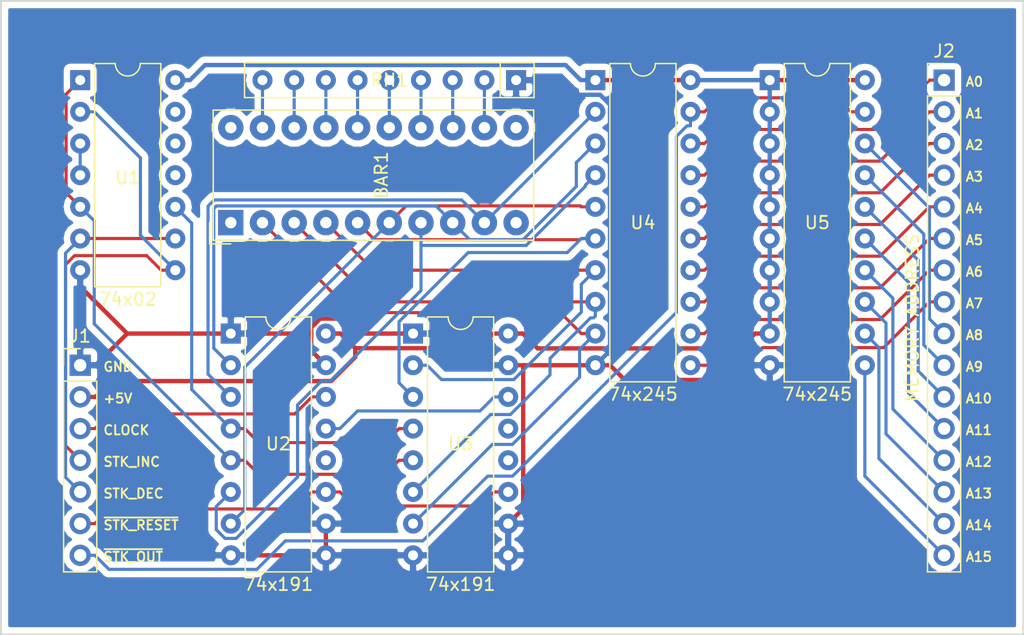
<source format=kicad_pcb>
(kicad_pcb (version 20171130) (host pcbnew 5.0.2+dfsg1-1)

  (general
    (thickness 1.6)
    (drawings 31)
    (tracks 292)
    (zones 0)
    (modules 9)
    (nets 51)
  )

  (page A4)
  (layers
    (0 F.Cu signal)
    (31 B.Cu signal)
    (32 B.Adhes user hide)
    (33 F.Adhes user hide)
    (34 B.Paste user hide)
    (35 F.Paste user hide)
    (36 B.SilkS user)
    (37 F.SilkS user)
    (38 B.Mask user hide)
    (39 F.Mask user hide)
    (40 Dwgs.User user hide)
    (41 Cmts.User user hide)
    (42 Eco1.User user hide)
    (43 Eco2.User user hide)
    (44 Edge.Cuts user)
    (45 Margin user hide)
    (46 B.CrtYd user hide)
    (47 F.CrtYd user)
    (48 B.Fab user hide)
    (49 F.Fab user hide)
  )

  (setup
    (last_trace_width 0.25)
    (trace_clearance 0.2)
    (zone_clearance 0.508)
    (zone_45_only no)
    (trace_min 0.2)
    (segment_width 0.2)
    (edge_width 0.15)
    (via_size 0.8)
    (via_drill 0.4)
    (via_min_size 0.4)
    (via_min_drill 0.3)
    (uvia_size 0.3)
    (uvia_drill 0.1)
    (uvias_allowed no)
    (uvia_min_size 0.2)
    (uvia_min_drill 0.1)
    (pcb_text_width 0.3)
    (pcb_text_size 1.5 1.5)
    (mod_edge_width 0.15)
    (mod_text_size 1 1)
    (mod_text_width 0.15)
    (pad_size 1.524 1.524)
    (pad_drill 0.762)
    (pad_to_mask_clearance 0.051)
    (solder_mask_min_width 0.25)
    (aux_axis_origin 0 0)
    (visible_elements FFFFFF7F)
    (pcbplotparams
      (layerselection 0x010fc_ffffffff)
      (usegerberextensions true)
      (usegerberattributes false)
      (usegerberadvancedattributes false)
      (creategerberjobfile false)
      (excludeedgelayer true)
      (linewidth 0.100000)
      (plotframeref false)
      (viasonmask false)
      (mode 1)
      (useauxorigin false)
      (hpglpennumber 1)
      (hpglpenspeed 20)
      (hpglpendiameter 15.000000)
      (psnegative false)
      (psa4output false)
      (plotreference true)
      (plotvalue true)
      (plotinvisibletext false)
      (padsonsilk false)
      (subtractmaskfromsilk false)
      (outputformat 1)
      (mirror false)
      (drillshape 0)
      (scaleselection 1)
      (outputdirectory "gerber"))
  )

  (net 0 "")
  (net 1 GND)
  (net 2 "Net-(BAR1-Pad12)")
  (net 3 "Net-(BAR1-Pad13)")
  (net 4 "Net-(BAR1-Pad14)")
  (net 5 "Net-(BAR1-Pad15)")
  (net 6 "Net-(BAR1-Pad16)")
  (net 7 "Net-(BAR1-Pad17)")
  (net 8 "Net-(BAR1-Pad18)")
  (net 9 "Net-(BAR1-Pad19)")
  (net 10 "Net-(BAR1-Pad8)")
  (net 11 "Net-(BAR1-Pad9)")
  (net 12 ~STK_RESET)
  (net 13 ~CLK_EN)
  (net 14 "Net-(U2-Pad12)")
  (net 15 DOWN_~UP)
  (net 16 "Net-(U2-Pad13)")
  (net 17 "Net-(BAR1-Pad7)")
  (net 18 CLOCK)
  (net 19 "Net-(BAR1-Pad6)")
  (net 20 +5V)
  (net 21 "Net-(BAR1-Pad2)")
  (net 22 "Net-(BAR1-Pad3)")
  (net 23 "Net-(U3-Pad13)")
  (net 24 "Net-(U3-Pad12)")
  (net 25 "Net-(BAR1-Pad5)")
  (net 26 "Net-(BAR1-Pad4)")
  (net 27 STK_INC)
  (net 28 STK_DEC)
  (net 29 "Net-(U1-Pad3)")
  (net 30 "Net-(BAR1-Pad1)")
  (net 31 "Net-(BAR1-Pad11)")
  (net 32 "Net-(BAR1-Pad10)")
  (net 33 "Net-(BAR1-Pad20)")
  (net 34 "Net-(J2-Pad8)")
  (net 35 "Net-(J2-Pad7)")
  (net 36 "Net-(J2-Pad6)")
  (net 37 "Net-(J2-Pad5)")
  (net 38 "Net-(J2-Pad4)")
  (net 39 "Net-(J2-Pad3)")
  (net 40 "Net-(J2-Pad2)")
  (net 41 "Net-(J2-Pad1)")
  (net 42 ~STK_OUT)
  (net 43 "Net-(J2-Pad9)")
  (net 44 "Net-(J2-Pad10)")
  (net 45 "Net-(J2-Pad11)")
  (net 46 "Net-(J2-Pad12)")
  (net 47 "Net-(J2-Pad13)")
  (net 48 "Net-(J2-Pad14)")
  (net 49 "Net-(J2-Pad15)")
  (net 50 "Net-(J2-Pad16)")

  (net_class Default "This is the default net class."
    (clearance 0.2)
    (trace_width 0.25)
    (via_dia 0.8)
    (via_drill 0.4)
    (uvia_dia 0.3)
    (uvia_drill 0.1)
    (add_net CLOCK)
    (add_net DOWN_~UP)
    (add_net "Net-(BAR1-Pad1)")
    (add_net "Net-(BAR1-Pad10)")
    (add_net "Net-(BAR1-Pad11)")
    (add_net "Net-(BAR1-Pad12)")
    (add_net "Net-(BAR1-Pad13)")
    (add_net "Net-(BAR1-Pad14)")
    (add_net "Net-(BAR1-Pad15)")
    (add_net "Net-(BAR1-Pad16)")
    (add_net "Net-(BAR1-Pad17)")
    (add_net "Net-(BAR1-Pad18)")
    (add_net "Net-(BAR1-Pad19)")
    (add_net "Net-(BAR1-Pad2)")
    (add_net "Net-(BAR1-Pad20)")
    (add_net "Net-(BAR1-Pad3)")
    (add_net "Net-(BAR1-Pad4)")
    (add_net "Net-(BAR1-Pad5)")
    (add_net "Net-(BAR1-Pad6)")
    (add_net "Net-(BAR1-Pad7)")
    (add_net "Net-(BAR1-Pad8)")
    (add_net "Net-(BAR1-Pad9)")
    (add_net "Net-(J2-Pad1)")
    (add_net "Net-(J2-Pad10)")
    (add_net "Net-(J2-Pad11)")
    (add_net "Net-(J2-Pad12)")
    (add_net "Net-(J2-Pad13)")
    (add_net "Net-(J2-Pad14)")
    (add_net "Net-(J2-Pad15)")
    (add_net "Net-(J2-Pad16)")
    (add_net "Net-(J2-Pad2)")
    (add_net "Net-(J2-Pad3)")
    (add_net "Net-(J2-Pad4)")
    (add_net "Net-(J2-Pad5)")
    (add_net "Net-(J2-Pad6)")
    (add_net "Net-(J2-Pad7)")
    (add_net "Net-(J2-Pad8)")
    (add_net "Net-(J2-Pad9)")
    (add_net "Net-(U1-Pad3)")
    (add_net "Net-(U2-Pad12)")
    (add_net "Net-(U2-Pad13)")
    (add_net "Net-(U3-Pad12)")
    (add_net "Net-(U3-Pad13)")
    (add_net STK_DEC)
    (add_net STK_INC)
    (add_net ~CLK_EN)
    (add_net ~STK_OUT)
    (add_net ~STK_RESET)
  )

  (net_class Power ""
    (clearance 0.2)
    (trace_width 0.35)
    (via_dia 0.8)
    (via_drill 0.4)
    (uvia_dia 0.3)
    (uvia_drill 0.1)
    (add_net +5V)
    (add_net GND)
  )

  (module Connector_PinHeader_2.54mm:PinHeader_1x07_P2.54mm_Vertical (layer F.Cu) (tedit 59FED5CC) (tstamp 5D50D6EA)
    (at 54.61 51.435)
    (descr "Through hole straight pin header, 1x07, 2.54mm pitch, single row")
    (tags "Through hole pin header THT 1x07 2.54mm single row")
    (path /5D4775B6)
    (fp_text reference J1 (at 0 -2.33) (layer F.SilkS)
      (effects (font (size 1 1) (thickness 0.15)))
    )
    (fp_text value Conn_01x07_Male (at 0 17.57) (layer F.Fab)
      (effects (font (size 1 1) (thickness 0.15)))
    )
    (fp_line (start -0.635 -1.27) (end 1.27 -1.27) (layer F.Fab) (width 0.1))
    (fp_line (start 1.27 -1.27) (end 1.27 16.51) (layer F.Fab) (width 0.1))
    (fp_line (start 1.27 16.51) (end -1.27 16.51) (layer F.Fab) (width 0.1))
    (fp_line (start -1.27 16.51) (end -1.27 -0.635) (layer F.Fab) (width 0.1))
    (fp_line (start -1.27 -0.635) (end -0.635 -1.27) (layer F.Fab) (width 0.1))
    (fp_line (start -1.33 16.57) (end 1.33 16.57) (layer F.SilkS) (width 0.12))
    (fp_line (start -1.33 1.27) (end -1.33 16.57) (layer F.SilkS) (width 0.12))
    (fp_line (start 1.33 1.27) (end 1.33 16.57) (layer F.SilkS) (width 0.12))
    (fp_line (start -1.33 1.27) (end 1.33 1.27) (layer F.SilkS) (width 0.12))
    (fp_line (start -1.33 0) (end -1.33 -1.33) (layer F.SilkS) (width 0.12))
    (fp_line (start -1.33 -1.33) (end 0 -1.33) (layer F.SilkS) (width 0.12))
    (fp_line (start -1.8 -1.8) (end -1.8 17.05) (layer F.CrtYd) (width 0.05))
    (fp_line (start -1.8 17.05) (end 1.8 17.05) (layer F.CrtYd) (width 0.05))
    (fp_line (start 1.8 17.05) (end 1.8 -1.8) (layer F.CrtYd) (width 0.05))
    (fp_line (start 1.8 -1.8) (end -1.8 -1.8) (layer F.CrtYd) (width 0.05))
    (fp_text user %R (at 0 7.62 90) (layer F.Fab)
      (effects (font (size 1 1) (thickness 0.15)))
    )
    (pad 1 thru_hole rect (at 0 0) (size 1.7 1.7) (drill 1) (layers *.Cu *.Mask)
      (net 1 GND))
    (pad 2 thru_hole oval (at 0 2.54) (size 1.7 1.7) (drill 1) (layers *.Cu *.Mask)
      (net 20 +5V))
    (pad 3 thru_hole oval (at 0 5.08) (size 1.7 1.7) (drill 1) (layers *.Cu *.Mask)
      (net 18 CLOCK))
    (pad 4 thru_hole oval (at 0 7.62) (size 1.7 1.7) (drill 1) (layers *.Cu *.Mask)
      (net 27 STK_INC))
    (pad 5 thru_hole oval (at 0 10.16) (size 1.7 1.7) (drill 1) (layers *.Cu *.Mask)
      (net 28 STK_DEC))
    (pad 6 thru_hole oval (at 0 12.7) (size 1.7 1.7) (drill 1) (layers *.Cu *.Mask)
      (net 12 ~STK_RESET))
    (pad 7 thru_hole oval (at 0 15.24) (size 1.7 1.7) (drill 1) (layers *.Cu *.Mask)
      (net 42 ~STK_OUT))
    (model ${KISYS3DMOD}/Connector_PinHeader_2.54mm.3dshapes/PinHeader_1x07_P2.54mm_Vertical.wrl
      (at (xyz 0 0 0))
      (scale (xyz 1 1 1))
      (rotate (xyz 0 0 0))
    )
  )

  (module Package_DIP:DIP-20_W7.62mm (layer F.Cu) (tedit 5D444B19) (tstamp 5D50FCED)
    (at 109.855 28.575)
    (descr "20-lead though-hole mounted DIP package, row spacing 7.62 mm (300 mils)")
    (tags "THT DIP DIL PDIP 2.54mm 7.62mm 300mil")
    (path /5D448484)
    (fp_text reference U5 (at 3.81 11.43) (layer F.SilkS)
      (effects (font (size 1 1) (thickness 0.15)))
    )
    (fp_text value 74x245 (at 3.81 25.19) (layer F.SilkS)
      (effects (font (size 1 1) (thickness 0.15)))
    )
    (fp_text user %R (at 3.81 11.43) (layer F.Fab)
      (effects (font (size 1 1) (thickness 0.15)))
    )
    (fp_line (start 8.7 -1.55) (end -1.1 -1.55) (layer F.CrtYd) (width 0.05))
    (fp_line (start 8.7 24.4) (end 8.7 -1.55) (layer F.CrtYd) (width 0.05))
    (fp_line (start -1.1 24.4) (end 8.7 24.4) (layer F.CrtYd) (width 0.05))
    (fp_line (start -1.1 -1.55) (end -1.1 24.4) (layer F.CrtYd) (width 0.05))
    (fp_line (start 6.46 -1.33) (end 4.81 -1.33) (layer F.SilkS) (width 0.12))
    (fp_line (start 6.46 24.19) (end 6.46 -1.33) (layer F.SilkS) (width 0.12))
    (fp_line (start 1.16 24.19) (end 6.46 24.19) (layer F.SilkS) (width 0.12))
    (fp_line (start 1.16 -1.33) (end 1.16 24.19) (layer F.SilkS) (width 0.12))
    (fp_line (start 2.81 -1.33) (end 1.16 -1.33) (layer F.SilkS) (width 0.12))
    (fp_line (start 0.635 -0.27) (end 1.635 -1.27) (layer F.Fab) (width 0.1))
    (fp_line (start 0.635 24.13) (end 0.635 -0.27) (layer F.Fab) (width 0.1))
    (fp_line (start 6.985 24.13) (end 0.635 24.13) (layer F.Fab) (width 0.1))
    (fp_line (start 6.985 -1.27) (end 6.985 24.13) (layer F.Fab) (width 0.1))
    (fp_line (start 1.635 -1.27) (end 6.985 -1.27) (layer F.Fab) (width 0.1))
    (fp_arc (start 3.81 -1.33) (end 2.81 -1.33) (angle -180) (layer F.SilkS) (width 0.12))
    (pad 20 thru_hole oval (at 7.62 0) (size 1.6 1.6) (drill 0.8) (layers *.Cu *.Mask)
      (net 20 +5V))
    (pad 10 thru_hole oval (at 0 22.86) (size 1.6 1.6) (drill 0.8) (layers *.Cu *.Mask)
      (net 1 GND))
    (pad 19 thru_hole oval (at 7.62 2.54) (size 1.6 1.6) (drill 0.8) (layers *.Cu *.Mask)
      (net 42 ~STK_OUT))
    (pad 9 thru_hole oval (at 0 20.32) (size 1.6 1.6) (drill 0.8) (layers *.Cu *.Mask)
      (net 20 +5V))
    (pad 18 thru_hole oval (at 7.62 5.08) (size 1.6 1.6) (drill 0.8) (layers *.Cu *.Mask)
      (net 43 "Net-(J2-Pad9)"))
    (pad 8 thru_hole oval (at 0 17.78) (size 1.6 1.6) (drill 0.8) (layers *.Cu *.Mask)
      (net 20 +5V))
    (pad 17 thru_hole oval (at 7.62 7.62) (size 1.6 1.6) (drill 0.8) (layers *.Cu *.Mask)
      (net 44 "Net-(J2-Pad10)"))
    (pad 7 thru_hole oval (at 0 15.24) (size 1.6 1.6) (drill 0.8) (layers *.Cu *.Mask)
      (net 20 +5V))
    (pad 16 thru_hole oval (at 7.62 10.16) (size 1.6 1.6) (drill 0.8) (layers *.Cu *.Mask)
      (net 45 "Net-(J2-Pad11)"))
    (pad 6 thru_hole oval (at 0 12.7) (size 1.6 1.6) (drill 0.8) (layers *.Cu *.Mask)
      (net 20 +5V))
    (pad 15 thru_hole oval (at 7.62 12.7) (size 1.6 1.6) (drill 0.8) (layers *.Cu *.Mask)
      (net 46 "Net-(J2-Pad12)"))
    (pad 5 thru_hole oval (at 0 10.16) (size 1.6 1.6) (drill 0.8) (layers *.Cu *.Mask)
      (net 20 +5V))
    (pad 14 thru_hole oval (at 7.62 15.24) (size 1.6 1.6) (drill 0.8) (layers *.Cu *.Mask)
      (net 47 "Net-(J2-Pad13)"))
    (pad 4 thru_hole oval (at 0 7.62) (size 1.6 1.6) (drill 0.8) (layers *.Cu *.Mask)
      (net 20 +5V))
    (pad 13 thru_hole oval (at 7.62 17.78) (size 1.6 1.6) (drill 0.8) (layers *.Cu *.Mask)
      (net 48 "Net-(J2-Pad14)"))
    (pad 3 thru_hole oval (at 0 5.08) (size 1.6 1.6) (drill 0.8) (layers *.Cu *.Mask)
      (net 20 +5V))
    (pad 12 thru_hole oval (at 7.62 20.32) (size 1.6 1.6) (drill 0.8) (layers *.Cu *.Mask)
      (net 49 "Net-(J2-Pad15)"))
    (pad 2 thru_hole oval (at 0 2.54) (size 1.6 1.6) (drill 0.8) (layers *.Cu *.Mask)
      (net 20 +5V))
    (pad 11 thru_hole oval (at 7.62 22.86) (size 1.6 1.6) (drill 0.8) (layers *.Cu *.Mask)
      (net 50 "Net-(J2-Pad16)"))
    (pad 1 thru_hole rect (at 0 0) (size 1.6 1.6) (drill 0.8) (layers *.Cu *.Mask)
      (net 20 +5V))
    (model ${KISYS3DMOD}/Package_DIP.3dshapes/DIP-20_W7.62mm.wrl
      (at (xyz 0 0 0))
      (scale (xyz 1 1 1))
      (rotate (xyz 0 0 0))
    )
  )

  (module Package_DIP:DIP-20_W7.62mm (layer F.Cu) (tedit 5D444B14) (tstamp 5D50DBFD)
    (at 95.885 28.575)
    (descr "20-lead though-hole mounted DIP package, row spacing 7.62 mm (300 mils)")
    (tags "THT DIP DIL PDIP 2.54mm 7.62mm 300mil")
    (path /5D448412)
    (fp_text reference U4 (at 3.81 11.43) (layer F.SilkS)
      (effects (font (size 1 1) (thickness 0.15)))
    )
    (fp_text value 74x245 (at 3.81 25.19) (layer F.SilkS)
      (effects (font (size 1 1) (thickness 0.15)))
    )
    (fp_arc (start 3.81 -1.33) (end 2.81 -1.33) (angle -180) (layer F.SilkS) (width 0.12))
    (fp_line (start 1.635 -1.27) (end 6.985 -1.27) (layer F.Fab) (width 0.1))
    (fp_line (start 6.985 -1.27) (end 6.985 24.13) (layer F.Fab) (width 0.1))
    (fp_line (start 6.985 24.13) (end 0.635 24.13) (layer F.Fab) (width 0.1))
    (fp_line (start 0.635 24.13) (end 0.635 -0.27) (layer F.Fab) (width 0.1))
    (fp_line (start 0.635 -0.27) (end 1.635 -1.27) (layer F.Fab) (width 0.1))
    (fp_line (start 2.81 -1.33) (end 1.16 -1.33) (layer F.SilkS) (width 0.12))
    (fp_line (start 1.16 -1.33) (end 1.16 24.19) (layer F.SilkS) (width 0.12))
    (fp_line (start 1.16 24.19) (end 6.46 24.19) (layer F.SilkS) (width 0.12))
    (fp_line (start 6.46 24.19) (end 6.46 -1.33) (layer F.SilkS) (width 0.12))
    (fp_line (start 6.46 -1.33) (end 4.81 -1.33) (layer F.SilkS) (width 0.12))
    (fp_line (start -1.1 -1.55) (end -1.1 24.4) (layer F.CrtYd) (width 0.05))
    (fp_line (start -1.1 24.4) (end 8.7 24.4) (layer F.CrtYd) (width 0.05))
    (fp_line (start 8.7 24.4) (end 8.7 -1.55) (layer F.CrtYd) (width 0.05))
    (fp_line (start 8.7 -1.55) (end -1.1 -1.55) (layer F.CrtYd) (width 0.05))
    (fp_text user %R (at 3.81 11.43) (layer F.Fab)
      (effects (font (size 1 1) (thickness 0.15)))
    )
    (pad 1 thru_hole rect (at 0 0) (size 1.6 1.6) (drill 0.8) (layers *.Cu *.Mask)
      (net 20 +5V))
    (pad 11 thru_hole oval (at 7.62 22.86) (size 1.6 1.6) (drill 0.8) (layers *.Cu *.Mask)
      (net 34 "Net-(J2-Pad8)"))
    (pad 2 thru_hole oval (at 0 2.54) (size 1.6 1.6) (drill 0.8) (layers *.Cu *.Mask)
      (net 11 "Net-(BAR1-Pad9)"))
    (pad 12 thru_hole oval (at 7.62 20.32) (size 1.6 1.6) (drill 0.8) (layers *.Cu *.Mask)
      (net 35 "Net-(J2-Pad7)"))
    (pad 3 thru_hole oval (at 0 5.08) (size 1.6 1.6) (drill 0.8) (layers *.Cu *.Mask)
      (net 10 "Net-(BAR1-Pad8)"))
    (pad 13 thru_hole oval (at 7.62 17.78) (size 1.6 1.6) (drill 0.8) (layers *.Cu *.Mask)
      (net 36 "Net-(J2-Pad6)"))
    (pad 4 thru_hole oval (at 0 7.62) (size 1.6 1.6) (drill 0.8) (layers *.Cu *.Mask)
      (net 17 "Net-(BAR1-Pad7)"))
    (pad 14 thru_hole oval (at 7.62 15.24) (size 1.6 1.6) (drill 0.8) (layers *.Cu *.Mask)
      (net 37 "Net-(J2-Pad5)"))
    (pad 5 thru_hole oval (at 0 10.16) (size 1.6 1.6) (drill 0.8) (layers *.Cu *.Mask)
      (net 19 "Net-(BAR1-Pad6)"))
    (pad 15 thru_hole oval (at 7.62 12.7) (size 1.6 1.6) (drill 0.8) (layers *.Cu *.Mask)
      (net 38 "Net-(J2-Pad4)"))
    (pad 6 thru_hole oval (at 0 12.7) (size 1.6 1.6) (drill 0.8) (layers *.Cu *.Mask)
      (net 25 "Net-(BAR1-Pad5)"))
    (pad 16 thru_hole oval (at 7.62 10.16) (size 1.6 1.6) (drill 0.8) (layers *.Cu *.Mask)
      (net 39 "Net-(J2-Pad3)"))
    (pad 7 thru_hole oval (at 0 15.24) (size 1.6 1.6) (drill 0.8) (layers *.Cu *.Mask)
      (net 26 "Net-(BAR1-Pad4)"))
    (pad 17 thru_hole oval (at 7.62 7.62) (size 1.6 1.6) (drill 0.8) (layers *.Cu *.Mask)
      (net 40 "Net-(J2-Pad2)"))
    (pad 8 thru_hole oval (at 0 17.78) (size 1.6 1.6) (drill 0.8) (layers *.Cu *.Mask)
      (net 22 "Net-(BAR1-Pad3)"))
    (pad 18 thru_hole oval (at 7.62 5.08) (size 1.6 1.6) (drill 0.8) (layers *.Cu *.Mask)
      (net 41 "Net-(J2-Pad1)"))
    (pad 9 thru_hole oval (at 0 20.32) (size 1.6 1.6) (drill 0.8) (layers *.Cu *.Mask)
      (net 21 "Net-(BAR1-Pad2)"))
    (pad 19 thru_hole oval (at 7.62 2.54) (size 1.6 1.6) (drill 0.8) (layers *.Cu *.Mask)
      (net 42 ~STK_OUT))
    (pad 10 thru_hole oval (at 0 22.86) (size 1.6 1.6) (drill 0.8) (layers *.Cu *.Mask)
      (net 1 GND))
    (pad 20 thru_hole oval (at 7.62 0) (size 1.6 1.6) (drill 0.8) (layers *.Cu *.Mask)
      (net 20 +5V))
    (model ${KISYS3DMOD}/Package_DIP.3dshapes/DIP-20_W7.62mm.wrl
      (at (xyz 0 0 0))
      (scale (xyz 1 1 1))
      (rotate (xyz 0 0 0))
    )
  )

  (module Connector_PinHeader_2.54mm:PinHeader_1x16_P2.54mm_Vertical (layer F.Cu) (tedit 5D3AC8E7) (tstamp 5D50F263)
    (at 123.825 28.575)
    (descr "Through hole straight pin header, 1x16, 2.54mm pitch, single row")
    (tags "Through hole pin header THT 1x16 2.54mm single row")
    (path /5D3CCFEC)
    (fp_text reference J2 (at 0 -2.33) (layer F.SilkS)
      (effects (font (size 1 1) (thickness 0.15)))
    )
    (fp_text value "MEMORY ADDRESS" (at -2.54 19.05 270) (layer F.SilkS)
      (effects (font (size 1 1) (thickness 0.15)))
    )
    (fp_line (start -0.635 -1.27) (end 1.27 -1.27) (layer F.Fab) (width 0.1))
    (fp_line (start 1.27 -1.27) (end 1.27 39.37) (layer F.Fab) (width 0.1))
    (fp_line (start 1.27 39.37) (end -1.27 39.37) (layer F.Fab) (width 0.1))
    (fp_line (start -1.27 39.37) (end -1.27 -0.635) (layer F.Fab) (width 0.1))
    (fp_line (start -1.27 -0.635) (end -0.635 -1.27) (layer F.Fab) (width 0.1))
    (fp_line (start -1.33 39.43) (end 1.33 39.43) (layer F.SilkS) (width 0.12))
    (fp_line (start -1.33 1.27) (end -1.33 39.43) (layer F.SilkS) (width 0.12))
    (fp_line (start 1.33 1.27) (end 1.33 39.43) (layer F.SilkS) (width 0.12))
    (fp_line (start -1.33 1.27) (end 1.33 1.27) (layer F.SilkS) (width 0.12))
    (fp_line (start -1.33 0) (end -1.33 -1.33) (layer F.SilkS) (width 0.12))
    (fp_line (start -1.33 -1.33) (end 0 -1.33) (layer F.SilkS) (width 0.12))
    (fp_line (start -1.8 -1.8) (end -1.8 39.9) (layer F.CrtYd) (width 0.05))
    (fp_line (start -1.8 39.9) (end 1.8 39.9) (layer F.CrtYd) (width 0.05))
    (fp_line (start 1.8 39.9) (end 1.8 -1.8) (layer F.CrtYd) (width 0.05))
    (fp_line (start 1.8 -1.8) (end -1.8 -1.8) (layer F.CrtYd) (width 0.05))
    (fp_text user %R (at 0 19.05 90) (layer F.Fab)
      (effects (font (size 1 1) (thickness 0.15)))
    )
    (pad 1 thru_hole rect (at 0 0) (size 1.7 1.7) (drill 1) (layers *.Cu *.Mask)
      (net 41 "Net-(J2-Pad1)"))
    (pad 2 thru_hole oval (at 0 2.54) (size 1.7 1.7) (drill 1) (layers *.Cu *.Mask)
      (net 40 "Net-(J2-Pad2)"))
    (pad 3 thru_hole oval (at 0 5.08) (size 1.7 1.7) (drill 1) (layers *.Cu *.Mask)
      (net 39 "Net-(J2-Pad3)"))
    (pad 4 thru_hole oval (at 0 7.62) (size 1.7 1.7) (drill 1) (layers *.Cu *.Mask)
      (net 38 "Net-(J2-Pad4)"))
    (pad 5 thru_hole oval (at 0 10.16) (size 1.7 1.7) (drill 1) (layers *.Cu *.Mask)
      (net 37 "Net-(J2-Pad5)"))
    (pad 6 thru_hole oval (at 0 12.7) (size 1.7 1.7) (drill 1) (layers *.Cu *.Mask)
      (net 36 "Net-(J2-Pad6)"))
    (pad 7 thru_hole oval (at 0 15.24) (size 1.7 1.7) (drill 1) (layers *.Cu *.Mask)
      (net 35 "Net-(J2-Pad7)"))
    (pad 8 thru_hole oval (at 0 17.78) (size 1.7 1.7) (drill 1) (layers *.Cu *.Mask)
      (net 34 "Net-(J2-Pad8)"))
    (pad 9 thru_hole oval (at 0 20.32) (size 1.7 1.7) (drill 1) (layers *.Cu *.Mask)
      (net 43 "Net-(J2-Pad9)"))
    (pad 10 thru_hole oval (at 0 22.86) (size 1.7 1.7) (drill 1) (layers *.Cu *.Mask)
      (net 44 "Net-(J2-Pad10)"))
    (pad 11 thru_hole oval (at 0 25.4) (size 1.7 1.7) (drill 1) (layers *.Cu *.Mask)
      (net 45 "Net-(J2-Pad11)"))
    (pad 12 thru_hole oval (at 0 27.94) (size 1.7 1.7) (drill 1) (layers *.Cu *.Mask)
      (net 46 "Net-(J2-Pad12)"))
    (pad 13 thru_hole oval (at 0 30.48) (size 1.7 1.7) (drill 1) (layers *.Cu *.Mask)
      (net 47 "Net-(J2-Pad13)"))
    (pad 14 thru_hole oval (at 0 33.02) (size 1.7 1.7) (drill 1) (layers *.Cu *.Mask)
      (net 48 "Net-(J2-Pad14)"))
    (pad 15 thru_hole oval (at 0 35.56) (size 1.7 1.7) (drill 1) (layers *.Cu *.Mask)
      (net 49 "Net-(J2-Pad15)"))
    (pad 16 thru_hole oval (at 0 38.1) (size 1.7 1.7) (drill 1) (layers *.Cu *.Mask)
      (net 50 "Net-(J2-Pad16)"))
    (model ${KISYS3DMOD}/Connector_PinHeader_2.54mm.3dshapes/PinHeader_1x16_P2.54mm_Vertical.wrl
      (at (xyz 0 0 0))
      (scale (xyz 1 1 1))
      (rotate (xyz 0 0 0))
    )
  )

  (module Display:HDSP-4830 (layer F.Cu) (tedit 5A02FE80) (tstamp 5D47618F)
    (at 66.675 40.005 90)
    (descr "10-Element Red Bar Graph Array https://docs.broadcom.com/docs/AV02-1798EN")
    (tags "10-Element Red Bar Graph Array")
    (path /5DB5CD65)
    (fp_text reference BAR1 (at 3.81 12.065 90) (layer F.SilkS)
      (effects (font (size 1 1) (thickness 0.15)))
    )
    (fp_text value HDSP-4830_2 (at 2.89 25.22 90) (layer F.Fab)
      (effects (font (size 1 1) (thickness 0.15)))
    )
    (fp_line (start 0 -1.7) (end -1.7 -1.7) (layer F.SilkS) (width 0.12))
    (fp_line (start -1.7 -1.7) (end -1.7 0) (layer F.SilkS) (width 0.12))
    (fp_line (start 0 -1.27) (end -1.27 0) (layer F.Fab) (width 0.1))
    (fp_line (start -1.52 24.38) (end 9.14 24.38) (layer F.CrtYd) (width 0.05))
    (fp_line (start 9.14 24.38) (end 9.14 -1.52) (layer F.CrtYd) (width 0.05))
    (fp_line (start -1.52 -1.52) (end -1.52 24.38) (layer F.CrtYd) (width 0.05))
    (fp_line (start -1.52 -1.52) (end 9.14 -1.52) (layer F.CrtYd) (width 0.05))
    (fp_line (start 8.89 -1.27) (end 8.89 24.13) (layer F.Fab) (width 0.1))
    (fp_line (start -1.27 24.13) (end 8.89 24.13) (layer F.Fab) (width 0.1))
    (fp_line (start -1.27 0) (end -1.27 24.13) (layer F.Fab) (width 0.1))
    (fp_text user %R (at 4 12 90) (layer F.Fab)
      (effects (font (size 1 1) (thickness 0.1)))
    )
    (fp_line (start 0 -1.27) (end 8.89 -1.27) (layer F.Fab) (width 0.1))
    (fp_line (start 9.03 24.27) (end -1.41 24.27) (layer F.SilkS) (width 0.12))
    (fp_line (start -1.41 24.27) (end -1.41 -1.41) (layer F.SilkS) (width 0.12))
    (fp_line (start -1.41 -1.41) (end 9.03 -1.41) (layer F.SilkS) (width 0.12))
    (fp_line (start 9.03 -1.41) (end 9.03 24.27) (layer F.SilkS) (width 0.12))
    (pad 1 thru_hole rect (at 0 0) (size 2.032 2.032) (drill 0.9144) (layers *.Cu *.Mask)
      (net 30 "Net-(BAR1-Pad1)"))
    (pad 2 thru_hole circle (at 0 2.54) (size 2.032 2.032) (drill 0.9144) (layers *.Cu *.Mask)
      (net 21 "Net-(BAR1-Pad2)"))
    (pad 3 thru_hole circle (at 0 5.08) (size 2.032 2.032) (drill 0.9144) (layers *.Cu *.Mask)
      (net 22 "Net-(BAR1-Pad3)"))
    (pad 4 thru_hole circle (at 0 7.62) (size 2.032 2.032) (drill 0.9144) (layers *.Cu *.Mask)
      (net 26 "Net-(BAR1-Pad4)"))
    (pad 13 thru_hole circle (at 7.62 17.78) (size 2.032 2.032) (drill 0.9144) (layers *.Cu *.Mask)
      (net 3 "Net-(BAR1-Pad13)"))
    (pad 14 thru_hole circle (at 7.62 15.24) (size 2.032 2.032) (drill 0.9144) (layers *.Cu *.Mask)
      (net 4 "Net-(BAR1-Pad14)"))
    (pad 15 thru_hole circle (at 7.62 12.7) (size 2.032 2.032) (drill 0.9144) (layers *.Cu *.Mask)
      (net 5 "Net-(BAR1-Pad15)"))
    (pad 16 thru_hole circle (at 7.62 10.16) (size 2.032 2.032) (drill 0.9144) (layers *.Cu *.Mask)
      (net 6 "Net-(BAR1-Pad16)"))
    (pad 5 thru_hole circle (at 0 10.16) (size 2.032 2.032) (drill 0.9144) (layers *.Cu *.Mask)
      (net 25 "Net-(BAR1-Pad5)"))
    (pad 6 thru_hole circle (at 0 12.7) (size 2.032 2.032) (drill 0.9144) (layers *.Cu *.Mask)
      (net 19 "Net-(BAR1-Pad6)"))
    (pad 7 thru_hole circle (at 0 15.24) (size 2.032 2.032) (drill 0.9144) (layers *.Cu *.Mask)
      (net 17 "Net-(BAR1-Pad7)"))
    (pad 8 thru_hole circle (at 0 17.78) (size 2.032 2.032) (drill 0.9144) (layers *.Cu *.Mask)
      (net 10 "Net-(BAR1-Pad8)"))
    (pad 12 thru_hole circle (at 7.62 20.32) (size 2.032 2.032) (drill 0.9144) (layers *.Cu *.Mask)
      (net 2 "Net-(BAR1-Pad12)"))
    (pad 11 thru_hole circle (at 7.62 22.86) (size 2.032 2.032) (drill 0.9144) (layers *.Cu *.Mask)
      (net 31 "Net-(BAR1-Pad11)"))
    (pad 10 thru_hole circle (at 0 22.86) (size 2.032 2.032) (drill 0.9144) (layers *.Cu *.Mask)
      (net 32 "Net-(BAR1-Pad10)"))
    (pad 9 thru_hole circle (at 0 20.32) (size 2.032 2.032) (drill 0.9144) (layers *.Cu *.Mask)
      (net 11 "Net-(BAR1-Pad9)"))
    (pad 17 thru_hole circle (at 7.62 7.62) (size 2.032 2.032) (drill 0.9144) (layers *.Cu *.Mask)
      (net 7 "Net-(BAR1-Pad17)"))
    (pad 18 thru_hole circle (at 7.62 5.08) (size 2.032 2.032) (drill 0.9144) (layers *.Cu *.Mask)
      (net 8 "Net-(BAR1-Pad18)"))
    (pad 19 thru_hole circle (at 7.62 2.54) (size 2.032 2.032) (drill 0.9144) (layers *.Cu *.Mask)
      (net 9 "Net-(BAR1-Pad19)"))
    (pad 20 thru_hole circle (at 7.62 0) (size 2.032 2.032) (drill 0.9144) (layers *.Cu *.Mask)
      (net 33 "Net-(BAR1-Pad20)"))
    (model ${KISYS3DMOD}/Display.3dshapes/HDSP-4830.wrl
      (at (xyz 0 0 0))
      (scale (xyz 1 1 1))
      (rotate (xyz 0 0 0))
    )
  )

  (module Package_DIP:DIP-14_W7.62mm (layer F.Cu) (tedit 5D3AC8D2) (tstamp 5D475E5B)
    (at 54.61 28.575)
    (descr "14-lead though-hole mounted DIP package, row spacing 7.62 mm (300 mils)")
    (tags "THT DIP DIL PDIP 2.54mm 7.62mm 300mil")
    (path /5D3C46EC)
    (fp_text reference U1 (at 3.81 7.822999) (layer F.SilkS)
      (effects (font (size 1 1) (thickness 0.15)))
    )
    (fp_text value 74x02 (at 3.81 17.57) (layer F.SilkS)
      (effects (font (size 1 1) (thickness 0.15)))
    )
    (fp_arc (start 3.81 -1.33) (end 2.81 -1.33) (angle -180) (layer F.SilkS) (width 0.12))
    (fp_line (start 1.635 -1.27) (end 6.985 -1.27) (layer F.Fab) (width 0.1))
    (fp_line (start 6.985 -1.27) (end 6.985 16.51) (layer F.Fab) (width 0.1))
    (fp_line (start 6.985 16.51) (end 0.635 16.51) (layer F.Fab) (width 0.1))
    (fp_line (start 0.635 16.51) (end 0.635 -0.27) (layer F.Fab) (width 0.1))
    (fp_line (start 0.635 -0.27) (end 1.635 -1.27) (layer F.Fab) (width 0.1))
    (fp_line (start 2.81 -1.33) (end 1.16 -1.33) (layer F.SilkS) (width 0.12))
    (fp_line (start 1.16 -1.33) (end 1.16 16.57) (layer F.SilkS) (width 0.12))
    (fp_line (start 1.16 16.57) (end 6.46 16.57) (layer F.SilkS) (width 0.12))
    (fp_line (start 6.46 16.57) (end 6.46 -1.33) (layer F.SilkS) (width 0.12))
    (fp_line (start 6.46 -1.33) (end 4.81 -1.33) (layer F.SilkS) (width 0.12))
    (fp_line (start -1.1 -1.55) (end -1.1 16.8) (layer F.CrtYd) (width 0.05))
    (fp_line (start -1.1 16.8) (end 8.7 16.8) (layer F.CrtYd) (width 0.05))
    (fp_line (start 8.7 16.8) (end 8.7 -1.55) (layer F.CrtYd) (width 0.05))
    (fp_line (start 8.7 -1.55) (end -1.1 -1.55) (layer F.CrtYd) (width 0.05))
    (fp_text user %R (at 3.81 7.62) (layer F.Fab)
      (effects (font (size 1 1) (thickness 0.15)))
    )
    (pad 1 thru_hole rect (at 0 0) (size 1.6 1.6) (drill 0.8) (layers *.Cu *.Mask)
      (net 15 DOWN_~UP))
    (pad 8 thru_hole oval (at 7.62 15.24) (size 1.6 1.6) (drill 0.8) (layers *.Cu *.Mask)
      (net 27 STK_INC))
    (pad 2 thru_hole oval (at 0 2.54) (size 1.6 1.6) (drill 0.8) (layers *.Cu *.Mask)
      (net 27 STK_INC))
    (pad 9 thru_hole oval (at 7.62 12.7) (size 1.6 1.6) (drill 0.8) (layers *.Cu *.Mask)
      (net 28 STK_DEC))
    (pad 3 thru_hole oval (at 0 5.08) (size 1.6 1.6) (drill 0.8) (layers *.Cu *.Mask)
      (net 29 "Net-(U1-Pad3)"))
    (pad 10 thru_hole oval (at 7.62 10.16) (size 1.6 1.6) (drill 0.8) (layers *.Cu *.Mask)
      (net 13 ~CLK_EN))
    (pad 4 thru_hole oval (at 0 7.62) (size 1.6 1.6) (drill 0.8) (layers *.Cu *.Mask)
      (net 29 "Net-(U1-Pad3)"))
    (pad 11 thru_hole oval (at 7.62 7.62) (size 1.6 1.6) (drill 0.8) (layers *.Cu *.Mask))
    (pad 5 thru_hole oval (at 0 10.16) (size 1.6 1.6) (drill 0.8) (layers *.Cu *.Mask)
      (net 15 DOWN_~UP))
    (pad 12 thru_hole oval (at 7.62 5.08) (size 1.6 1.6) (drill 0.8) (layers *.Cu *.Mask))
    (pad 6 thru_hole oval (at 0 12.7) (size 1.6 1.6) (drill 0.8) (layers *.Cu *.Mask)
      (net 28 STK_DEC))
    (pad 13 thru_hole oval (at 7.62 2.54) (size 1.6 1.6) (drill 0.8) (layers *.Cu *.Mask))
    (pad 7 thru_hole oval (at 0 15.24) (size 1.6 1.6) (drill 0.8) (layers *.Cu *.Mask)
      (net 1 GND))
    (pad 14 thru_hole oval (at 7.62 0) (size 1.6 1.6) (drill 0.8) (layers *.Cu *.Mask)
      (net 20 +5V))
    (model ${KISYS3DMOD}/Package_DIP.3dshapes/DIP-14_W7.62mm.wrl
      (at (xyz 0 0 0))
      (scale (xyz 1 1 1))
      (rotate (xyz 0 0 0))
    )
  )

  (module Package_DIP:DIP-16_W7.62mm (layer F.Cu) (tedit 5D3AC8CC) (tstamp 5D475016)
    (at 81.28 48.895)
    (descr "16-lead though-hole mounted DIP package, row spacing 7.62 mm (300 mils)")
    (tags "THT DIP DIL PDIP 2.54mm 7.62mm 300mil")
    (path /5D3C4551)
    (fp_text reference U3 (at 3.81 8.846) (layer F.SilkS)
      (effects (font (size 1 1) (thickness 0.15)))
    )
    (fp_text value 74x191 (at 3.81 20.11) (layer F.SilkS)
      (effects (font (size 1 1) (thickness 0.15)))
    )
    (fp_text user %R (at 3.81 8.89) (layer F.Fab)
      (effects (font (size 1 1) (thickness 0.15)))
    )
    (fp_line (start 8.7 -1.55) (end -1.1 -1.55) (layer F.CrtYd) (width 0.05))
    (fp_line (start 8.7 19.3) (end 8.7 -1.55) (layer F.CrtYd) (width 0.05))
    (fp_line (start -1.1 19.3) (end 8.7 19.3) (layer F.CrtYd) (width 0.05))
    (fp_line (start -1.1 -1.55) (end -1.1 19.3) (layer F.CrtYd) (width 0.05))
    (fp_line (start 6.46 -1.33) (end 4.81 -1.33) (layer F.SilkS) (width 0.12))
    (fp_line (start 6.46 19.11) (end 6.46 -1.33) (layer F.SilkS) (width 0.12))
    (fp_line (start 1.16 19.11) (end 6.46 19.11) (layer F.SilkS) (width 0.12))
    (fp_line (start 1.16 -1.33) (end 1.16 19.11) (layer F.SilkS) (width 0.12))
    (fp_line (start 2.81 -1.33) (end 1.16 -1.33) (layer F.SilkS) (width 0.12))
    (fp_line (start 0.635 -0.27) (end 1.635 -1.27) (layer F.Fab) (width 0.1))
    (fp_line (start 0.635 19.05) (end 0.635 -0.27) (layer F.Fab) (width 0.1))
    (fp_line (start 6.985 19.05) (end 0.635 19.05) (layer F.Fab) (width 0.1))
    (fp_line (start 6.985 -1.27) (end 6.985 19.05) (layer F.Fab) (width 0.1))
    (fp_line (start 1.635 -1.27) (end 6.985 -1.27) (layer F.Fab) (width 0.1))
    (fp_arc (start 3.81 -1.33) (end 2.81 -1.33) (angle -180) (layer F.SilkS) (width 0.12))
    (pad 16 thru_hole oval (at 7.62 0) (size 1.6 1.6) (drill 0.8) (layers *.Cu *.Mask)
      (net 20 +5V))
    (pad 8 thru_hole oval (at 0 17.78) (size 1.6 1.6) (drill 0.8) (layers *.Cu *.Mask)
      (net 1 GND))
    (pad 15 thru_hole oval (at 7.62 2.54) (size 1.6 1.6) (drill 0.8) (layers *.Cu *.Mask)
      (net 1 GND))
    (pad 7 thru_hole oval (at 0 15.24) (size 1.6 1.6) (drill 0.8) (layers *.Cu *.Mask)
      (net 21 "Net-(BAR1-Pad2)"))
    (pad 14 thru_hole oval (at 7.62 5.08) (size 1.6 1.6) (drill 0.8) (layers *.Cu *.Mask)
      (net 16 "Net-(U2-Pad13)"))
    (pad 6 thru_hole oval (at 0 12.7) (size 1.6 1.6) (drill 0.8) (layers *.Cu *.Mask)
      (net 22 "Net-(BAR1-Pad3)"))
    (pad 13 thru_hole oval (at 7.62 7.62) (size 1.6 1.6) (drill 0.8) (layers *.Cu *.Mask)
      (net 23 "Net-(U3-Pad13)"))
    (pad 5 thru_hole oval (at 0 10.16) (size 1.6 1.6) (drill 0.8) (layers *.Cu *.Mask)
      (net 15 DOWN_~UP))
    (pad 12 thru_hole oval (at 7.62 10.16) (size 1.6 1.6) (drill 0.8) (layers *.Cu *.Mask)
      (net 24 "Net-(U3-Pad12)"))
    (pad 4 thru_hole oval (at 0 7.62) (size 1.6 1.6) (drill 0.8) (layers *.Cu *.Mask)
      (net 13 ~CLK_EN))
    (pad 11 thru_hole oval (at 7.62 12.7) (size 1.6 1.6) (drill 0.8) (layers *.Cu *.Mask)
      (net 12 ~STK_RESET))
    (pad 3 thru_hole oval (at 0 5.08) (size 1.6 1.6) (drill 0.8) (layers *.Cu *.Mask)
      (net 25 "Net-(BAR1-Pad5)"))
    (pad 10 thru_hole oval (at 7.62 15.24) (size 1.6 1.6) (drill 0.8) (layers *.Cu *.Mask)
      (net 1 GND))
    (pad 2 thru_hole oval (at 0 2.54) (size 1.6 1.6) (drill 0.8) (layers *.Cu *.Mask)
      (net 26 "Net-(BAR1-Pad4)"))
    (pad 9 thru_hole oval (at 7.62 17.78) (size 1.6 1.6) (drill 0.8) (layers *.Cu *.Mask)
      (net 1 GND))
    (pad 1 thru_hole rect (at 0 0) (size 1.6 1.6) (drill 0.8) (layers *.Cu *.Mask)
      (net 1 GND))
    (model ${KISYS3DMOD}/Package_DIP.3dshapes/DIP-16_W7.62mm.wrl
      (at (xyz 0 0 0))
      (scale (xyz 1 1 1))
      (rotate (xyz 0 0 0))
    )
  )

  (module Package_DIP:DIP-16_W7.62mm (layer F.Cu) (tedit 5D3AC8C6) (tstamp 5D474FF2)
    (at 66.675 48.895)
    (descr "16-lead though-hole mounted DIP package, row spacing 7.62 mm (300 mils)")
    (tags "THT DIP DIL PDIP 2.54mm 7.62mm 300mil")
    (path /5D3C442B)
    (fp_text reference U2 (at 3.81 8.846) (layer F.SilkS)
      (effects (font (size 1 1) (thickness 0.15)))
    )
    (fp_text value 74x191 (at 3.81 20.11) (layer F.SilkS)
      (effects (font (size 1 1) (thickness 0.15)))
    )
    (fp_arc (start 3.81 -1.33) (end 2.81 -1.33) (angle -180) (layer F.SilkS) (width 0.12))
    (fp_line (start 1.635 -1.27) (end 6.985 -1.27) (layer F.Fab) (width 0.1))
    (fp_line (start 6.985 -1.27) (end 6.985 19.05) (layer F.Fab) (width 0.1))
    (fp_line (start 6.985 19.05) (end 0.635 19.05) (layer F.Fab) (width 0.1))
    (fp_line (start 0.635 19.05) (end 0.635 -0.27) (layer F.Fab) (width 0.1))
    (fp_line (start 0.635 -0.27) (end 1.635 -1.27) (layer F.Fab) (width 0.1))
    (fp_line (start 2.81 -1.33) (end 1.16 -1.33) (layer F.SilkS) (width 0.12))
    (fp_line (start 1.16 -1.33) (end 1.16 19.11) (layer F.SilkS) (width 0.12))
    (fp_line (start 1.16 19.11) (end 6.46 19.11) (layer F.SilkS) (width 0.12))
    (fp_line (start 6.46 19.11) (end 6.46 -1.33) (layer F.SilkS) (width 0.12))
    (fp_line (start 6.46 -1.33) (end 4.81 -1.33) (layer F.SilkS) (width 0.12))
    (fp_line (start -1.1 -1.55) (end -1.1 19.3) (layer F.CrtYd) (width 0.05))
    (fp_line (start -1.1 19.3) (end 8.7 19.3) (layer F.CrtYd) (width 0.05))
    (fp_line (start 8.7 19.3) (end 8.7 -1.55) (layer F.CrtYd) (width 0.05))
    (fp_line (start 8.7 -1.55) (end -1.1 -1.55) (layer F.CrtYd) (width 0.05))
    (fp_text user %R (at 3.81 8.89) (layer F.Fab)
      (effects (font (size 1 1) (thickness 0.15)))
    )
    (pad 1 thru_hole rect (at 0 0) (size 1.6 1.6) (drill 0.8) (layers *.Cu *.Mask)
      (net 1 GND))
    (pad 9 thru_hole oval (at 7.62 17.78) (size 1.6 1.6) (drill 0.8) (layers *.Cu *.Mask)
      (net 1 GND))
    (pad 2 thru_hole oval (at 0 2.54) (size 1.6 1.6) (drill 0.8) (layers *.Cu *.Mask)
      (net 10 "Net-(BAR1-Pad8)"))
    (pad 10 thru_hole oval (at 7.62 15.24) (size 1.6 1.6) (drill 0.8) (layers *.Cu *.Mask)
      (net 1 GND))
    (pad 3 thru_hole oval (at 0 5.08) (size 1.6 1.6) (drill 0.8) (layers *.Cu *.Mask)
      (net 11 "Net-(BAR1-Pad9)"))
    (pad 11 thru_hole oval (at 7.62 12.7) (size 1.6 1.6) (drill 0.8) (layers *.Cu *.Mask)
      (net 12 ~STK_RESET))
    (pad 4 thru_hole oval (at 0 7.62) (size 1.6 1.6) (drill 0.8) (layers *.Cu *.Mask)
      (net 13 ~CLK_EN))
    (pad 12 thru_hole oval (at 7.62 10.16) (size 1.6 1.6) (drill 0.8) (layers *.Cu *.Mask)
      (net 14 "Net-(U2-Pad12)"))
    (pad 5 thru_hole oval (at 0 10.16) (size 1.6 1.6) (drill 0.8) (layers *.Cu *.Mask)
      (net 15 DOWN_~UP))
    (pad 13 thru_hole oval (at 7.62 7.62) (size 1.6 1.6) (drill 0.8) (layers *.Cu *.Mask)
      (net 16 "Net-(U2-Pad13)"))
    (pad 6 thru_hole oval (at 0 12.7) (size 1.6 1.6) (drill 0.8) (layers *.Cu *.Mask)
      (net 17 "Net-(BAR1-Pad7)"))
    (pad 14 thru_hole oval (at 7.62 5.08) (size 1.6 1.6) (drill 0.8) (layers *.Cu *.Mask)
      (net 18 CLOCK))
    (pad 7 thru_hole oval (at 0 15.24) (size 1.6 1.6) (drill 0.8) (layers *.Cu *.Mask)
      (net 19 "Net-(BAR1-Pad6)"))
    (pad 15 thru_hole oval (at 7.62 2.54) (size 1.6 1.6) (drill 0.8) (layers *.Cu *.Mask)
      (net 1 GND))
    (pad 8 thru_hole oval (at 0 17.78) (size 1.6 1.6) (drill 0.8) (layers *.Cu *.Mask)
      (net 1 GND))
    (pad 16 thru_hole oval (at 7.62 0) (size 1.6 1.6) (drill 0.8) (layers *.Cu *.Mask)
      (net 20 +5V))
    (model ${KISYS3DMOD}/Package_DIP.3dshapes/DIP-16_W7.62mm.wrl
      (at (xyz 0 0 0))
      (scale (xyz 1 1 1))
      (rotate (xyz 0 0 0))
    )
  )

  (module Resistor_THT:R_Array_SIP9 (layer F.Cu) (tedit 5A14249F) (tstamp 5D4753F9)
    (at 89.535 28.575 180)
    (descr "9-pin Resistor SIP pack")
    (tags R)
    (path /5DD466C3)
    (fp_text reference RN1 (at 10.16 0 180) (layer F.SilkS)
      (effects (font (size 1 1) (thickness 0.15)))
    )
    (fp_text value 470 (at 11.43 2.4 180) (layer F.Fab)
      (effects (font (size 1 1) (thickness 0.15)))
    )
    (fp_text user %R (at 10.16 0 180) (layer F.Fab)
      (effects (font (size 1 1) (thickness 0.15)))
    )
    (fp_line (start -1.29 -1.25) (end -1.29 1.25) (layer F.Fab) (width 0.1))
    (fp_line (start -1.29 1.25) (end 21.61 1.25) (layer F.Fab) (width 0.1))
    (fp_line (start 21.61 1.25) (end 21.61 -1.25) (layer F.Fab) (width 0.1))
    (fp_line (start 21.61 -1.25) (end -1.29 -1.25) (layer F.Fab) (width 0.1))
    (fp_line (start 1.27 -1.25) (end 1.27 1.25) (layer F.Fab) (width 0.1))
    (fp_line (start -1.44 -1.4) (end -1.44 1.4) (layer F.SilkS) (width 0.12))
    (fp_line (start -1.44 1.4) (end 21.76 1.4) (layer F.SilkS) (width 0.12))
    (fp_line (start 21.76 1.4) (end 21.76 -1.4) (layer F.SilkS) (width 0.12))
    (fp_line (start 21.76 -1.4) (end -1.44 -1.4) (layer F.SilkS) (width 0.12))
    (fp_line (start 1.27 -1.4) (end 1.27 1.4) (layer F.SilkS) (width 0.12))
    (fp_line (start -1.7 -1.65) (end -1.7 1.65) (layer F.CrtYd) (width 0.05))
    (fp_line (start -1.7 1.65) (end 22.05 1.65) (layer F.CrtYd) (width 0.05))
    (fp_line (start 22.05 1.65) (end 22.05 -1.65) (layer F.CrtYd) (width 0.05))
    (fp_line (start 22.05 -1.65) (end -1.7 -1.65) (layer F.CrtYd) (width 0.05))
    (pad 1 thru_hole rect (at 0 0 180) (size 1.6 1.6) (drill 0.8) (layers *.Cu *.Mask)
      (net 1 GND))
    (pad 2 thru_hole oval (at 2.54 0 180) (size 1.6 1.6) (drill 0.8) (layers *.Cu *.Mask)
      (net 2 "Net-(BAR1-Pad12)"))
    (pad 3 thru_hole oval (at 5.08 0 180) (size 1.6 1.6) (drill 0.8) (layers *.Cu *.Mask)
      (net 3 "Net-(BAR1-Pad13)"))
    (pad 4 thru_hole oval (at 7.62 0 180) (size 1.6 1.6) (drill 0.8) (layers *.Cu *.Mask)
      (net 4 "Net-(BAR1-Pad14)"))
    (pad 5 thru_hole oval (at 10.16 0 180) (size 1.6 1.6) (drill 0.8) (layers *.Cu *.Mask)
      (net 5 "Net-(BAR1-Pad15)"))
    (pad 6 thru_hole oval (at 12.7 0 180) (size 1.6 1.6) (drill 0.8) (layers *.Cu *.Mask)
      (net 6 "Net-(BAR1-Pad16)"))
    (pad 7 thru_hole oval (at 15.24 0 180) (size 1.6 1.6) (drill 0.8) (layers *.Cu *.Mask)
      (net 7 "Net-(BAR1-Pad17)"))
    (pad 8 thru_hole oval (at 17.78 0 180) (size 1.6 1.6) (drill 0.8) (layers *.Cu *.Mask)
      (net 8 "Net-(BAR1-Pad18)"))
    (pad 9 thru_hole oval (at 20.32 0 180) (size 1.6 1.6) (drill 0.8) (layers *.Cu *.Mask)
      (net 9 "Net-(BAR1-Pad19)"))
    (model ${KISYS3DMOD}/Resistor_THT.3dshapes/R_Array_SIP9.wrl
      (at (xyz 0 0 0))
      (scale (xyz 1 1 1))
      (rotate (xyz 0 0 0))
    )
  )

  (gr_text ~STK_OUT (at 56.388 66.802) (layer F.SilkS) (tstamp 5D50D7D2)
    (effects (font (size 0.75 0.75) (thickness 0.15)) (justify left))
  )
  (gr_line (start 48.26 22.225) (end 48.26 73.025) (layer Edge.Cuts) (width 0.15))
  (gr_line (start 130.175 73.025) (end 48.26 73.025) (layer Edge.Cuts) (width 0.15))
  (gr_line (start 130.175 22.225) (end 130.175 73.025) (layer Edge.Cuts) (width 0.15) (tstamp 5D50D468))
  (gr_line (start 48.26 22.225) (end 130.175 22.225) (layer Edge.Cuts) (width 0.15))
  (gr_poly (pts (xy 99.06 67.945) (xy 104.06 67.945) (xy 104.06 72.945) (xy 99.06 72.945)) (layer Margin) (width 0.15) (tstamp 5D476209))
  (gr_poly (pts (xy 48.34 67.945) (xy 53.34 67.945) (xy 53.34 72.945) (xy 48.34 72.945)) (layer Margin) (width 0.15) (tstamp 5D476207))
  (gr_poly (pts (xy 48.34 22.305) (xy 53.34 22.305) (xy 53.34 27.305) (xy 48.34 27.305)) (layer Margin) (width 0.15) (tstamp 5D476205))
  (gr_poly (pts (xy 99.06 22.305) (xy 104.06 22.305) (xy 104.06 27.305) (xy 99.06 27.305)) (layer Margin) (width 0.15))
  (gr_text STK_DEC (at 56.388 61.722) (layer F.SilkS) (tstamp 5D3ACB1A)
    (effects (font (size 0.75 0.75) (thickness 0.15)) (justify left))
  )
  (gr_text ~STK_RESET (at 56.388 64.262) (layer F.SilkS) (tstamp 5D3ACB19)
    (effects (font (size 0.75 0.75) (thickness 0.15)) (justify left))
  )
  (gr_text STK_INC (at 56.388 59.182) (layer F.SilkS) (tstamp 5D3ACB18)
    (effects (font (size 0.75 0.75) (thickness 0.15)) (justify left))
  )
  (gr_text GND (at 56.388 51.562) (layer F.SilkS) (tstamp 5D3ACB17)
    (effects (font (size 0.75 0.75) (thickness 0.15)) (justify left))
  )
  (gr_text +5V (at 56.388 54.102) (layer F.SilkS) (tstamp 5D3ACB16)
    (effects (font (size 0.75 0.75) (thickness 0.15)) (justify left))
  )
  (gr_text CLOCK (at 56.388 56.642) (layer F.SilkS) (tstamp 5D3ACB15)
    (effects (font (size 0.75 0.75) (thickness 0.15)) (justify left))
  )
  (gr_text A2 (at 125.476 33.782) (layer F.SilkS) (tstamp 5D50F53F)
    (effects (font (size 0.75 0.75) (thickness 0.15)) (justify left))
  )
  (gr_text A1 (at 125.476 31.242) (layer F.SilkS) (tstamp 5D50F56C)
    (effects (font (size 0.75 0.75) (thickness 0.15)) (justify left))
  )
  (gr_text A5 (at 125.476 41.402) (layer F.SilkS) (tstamp 5D50F569)
    (effects (font (size 0.75 0.75) (thickness 0.15)) (justify left))
  )
  (gr_text A4 (at 125.476 38.862) (layer F.SilkS) (tstamp 5D50F566)
    (effects (font (size 0.75 0.75) (thickness 0.15)) (justify left))
  )
  (gr_text A3 (at 125.476 36.322) (layer F.SilkS) (tstamp 5D50F563)
    (effects (font (size 0.75 0.75) (thickness 0.15)) (justify left))
  )
  (gr_text A7 (at 125.476 46.482) (layer F.SilkS) (tstamp 5D50F560)
    (effects (font (size 0.75 0.75) (thickness 0.15)) (justify left))
  )
  (gr_text A0 (at 125.476 28.702) (layer F.SilkS) (tstamp 5D50F55D)
    (effects (font (size 0.75 0.75) (thickness 0.15)) (justify left))
  )
  (gr_text A6 (at 125.476 43.942) (layer F.SilkS) (tstamp 5D50F55A)
    (effects (font (size 0.75 0.75) (thickness 0.15)) (justify left))
  )
  (gr_text A14 (at 125.476 64.262) (layer F.SilkS) (tstamp 5D50F557)
    (effects (font (size 0.75 0.75) (thickness 0.15)) (justify left))
  )
  (gr_text A12 (at 125.476 59.182) (layer F.SilkS) (tstamp 5D50F554)
    (effects (font (size 0.75 0.75) (thickness 0.15)) (justify left))
  )
  (gr_text A15 (at 125.476 66.802) (layer F.SilkS) (tstamp 5D50F571)
    (effects (font (size 0.75 0.75) (thickness 0.15)) (justify left))
  )
  (gr_text A10 (at 125.476 54.102) (layer F.SilkS) (tstamp 5D50F54E)
    (effects (font (size 0.75 0.75) (thickness 0.15)) (justify left))
  )
  (gr_text A9 (at 125.476 51.562) (layer F.SilkS) (tstamp 5D50F54B)
    (effects (font (size 0.75 0.75) (thickness 0.15)) (justify left))
  )
  (gr_text A13 (at 125.476 61.722) (layer F.SilkS) (tstamp 5D50F548)
    (effects (font (size 0.75 0.75) (thickness 0.15)) (justify left))
  )
  (gr_text A8 (at 125.476 49.022) (layer F.SilkS) (tstamp 5D50F545)
    (effects (font (size 0.75 0.75) (thickness 0.15)) (justify left))
  )
  (gr_text A11 (at 125.476 56.642) (layer F.SilkS) (tstamp 5D50F542)
    (effects (font (size 0.75 0.75) (thickness 0.15)) (justify left))
  )

  (segment (start 88.9 66.675) (end 81.28 66.675) (width 0.35) (layer F.Cu) (net 1))
  (segment (start 81.28 48.895) (end 77.1303 48.895) (width 0.35) (layer F.Cu) (net 1))
  (segment (start 77.1303 48.895) (end 75.9276 47.6923) (width 0.35) (layer F.Cu) (net 1))
  (segment (start 75.9276 47.6923) (end 73.8353 47.6923) (width 0.35) (layer F.Cu) (net 1))
  (segment (start 73.8353 47.6923) (end 73.1196 48.408) (width 0.35) (layer F.Cu) (net 1))
  (segment (start 73.1196 48.408) (end 73.1196 48.895) (width 0.35) (layer F.Cu) (net 1))
  (segment (start 73.1196 48.895) (end 67.8503 48.895) (width 0.35) (layer F.Cu) (net 1))
  (segment (start 66.675 48.895) (end 67.8503 48.895) (width 0.35) (layer F.Cu) (net 1))
  (segment (start 88.9 51.435) (end 87.7247 51.435) (width 0.35) (layer B.Cu) (net 1))
  (segment (start 87.7247 51.435) (end 85.1847 48.895) (width 0.35) (layer B.Cu) (net 1))
  (segment (start 85.1847 48.895) (end 81.28 48.895) (width 0.35) (layer B.Cu) (net 1))
  (segment (start 90.1038 51.435) (end 95.885 51.435) (width 0.35) (layer F.Cu) (net 1))
  (segment (start 88.9 51.435) (end 90.1038 51.435) (width 0.35) (layer F.Cu) (net 1))
  (segment (start 58.3753 48.895) (end 55.8353 51.435) (width 0.35) (layer F.Cu) (net 1))
  (segment (start 66.675 48.895) (end 58.3753 48.895) (width 0.35) (layer F.Cu) (net 1))
  (segment (start 54.61 43.815) (end 54.61 45.1297) (width 0.35) (layer F.Cu) (net 1))
  (segment (start 54.61 45.1297) (end 58.3753 48.895) (width 0.35) (layer F.Cu) (net 1))
  (segment (start 54.61 51.435) (end 55.8353 51.435) (width 0.35) (layer F.Cu) (net 1))
  (segment (start 95.885 51.435) (end 97.0603 51.435) (width 0.35) (layer F.Cu) (net 1))
  (segment (start 97.0603 51.435) (end 98.2374 52.6121) (width 0.35) (layer F.Cu) (net 1))
  (segment (start 98.2374 52.6121) (end 107.5026 52.6121) (width 0.35) (layer F.Cu) (net 1))
  (segment (start 107.5026 52.6121) (end 108.6797 51.435) (width 0.35) (layer F.Cu) (net 1))
  (segment (start 109.855 51.435) (end 108.6797 51.435) (width 0.35) (layer F.Cu) (net 1))
  (segment (start 88.9 66.675) (end 88.9 64.135) (width 0.35) (layer B.Cu) (net 1))
  (segment (start 74.295 66.675) (end 80.1047 66.675) (width 0.35) (layer F.Cu) (net 1))
  (segment (start 81.28 66.675) (end 80.1047 66.675) (width 0.35) (layer F.Cu) (net 1))
  (segment (start 74.295 64.135) (end 74.295 66.675) (width 0.35) (layer F.Cu) (net 1))
  (segment (start 66.675 66.675) (end 74.295 66.675) (width 0.35) (layer F.Cu) (net 1))
  (segment (start 73.1196 50.2596) (end 73.1196 48.895) (width 0.35) (layer F.Cu) (net 1))
  (segment (start 74.295 51.435) (end 73.1196 50.2596) (width 0.35) (layer F.Cu) (net 1))
  (segment (start 90.1038 62.9312) (end 90.1038 60.96) (width 0.35) (layer F.Cu) (net 1))
  (segment (start 88.9 64.135) (end 90.1038 62.9312) (width 0.35) (layer F.Cu) (net 1))
  (segment (start 90.1038 51.435) (end 90.1038 60.96) (width 0.35) (layer F.Cu) (net 1))
  (segment (start 90.7103 28.575) (end 89.535 28.575) (width 0.35) (layer B.Cu) (net 1))
  (segment (start 95.885 51.435) (end 97.0604 50.2596) (width 0.35) (layer B.Cu) (net 1))
  (segment (start 97.0604 50.2596) (end 97.0604 30.5441) (width 0.35) (layer B.Cu) (net 1))
  (segment (start 97.0604 30.5441) (end 96.2666 29.7503) (width 0.35) (layer B.Cu) (net 1))
  (segment (start 96.2666 29.7503) (end 91.8856 29.7503) (width 0.35) (layer B.Cu) (net 1))
  (segment (start 91.8856 29.7503) (end 90.7103 28.575) (width 0.35) (layer B.Cu) (net 1))
  (segment (start 86.995 28.575) (end 86.995 32.385) (width 0.25) (layer B.Cu) (net 2))
  (segment (start 84.455 28.575) (end 84.455 32.385) (width 0.25) (layer B.Cu) (net 3))
  (segment (start 81.915 28.575) (end 81.915 32.385) (width 0.25) (layer B.Cu) (net 4))
  (segment (start 79.375 28.575) (end 79.375 32.385) (width 0.25) (layer B.Cu) (net 5))
  (segment (start 76.835 28.575) (end 76.835 32.385) (width 0.25) (layer B.Cu) (net 6))
  (segment (start 74.295 28.575) (end 74.295 32.385) (width 0.25) (layer B.Cu) (net 7))
  (segment (start 71.755 28.575) (end 71.755 32.385) (width 0.25) (layer B.Cu) (net 8))
  (segment (start 69.215 28.575) (end 69.215 32.385) (width 0.25) (layer B.Cu) (net 9))
  (segment (start 85.8289 41.3789) (end 84.455 40.005) (width 0.25) (layer B.Cu) (net 10))
  (segment (start 90.0794 41.3789) (end 85.8289 41.3789) (width 0.25) (layer B.Cu) (net 10))
  (segment (start 94.361 37.0973) (end 90.0794 41.3789) (width 0.25) (layer B.Cu) (net 10))
  (segment (start 94.361 35.179) (end 94.361 37.0973) (width 0.25) (layer B.Cu) (net 10))
  (segment (start 95.885 33.655) (end 94.361 35.179) (width 0.25) (layer B.Cu) (net 10))
  (segment (start 83.1128 38.6628) (end 84.455 40.005) (width 0.25) (layer B.Cu) (net 10))
  (segment (start 65.3124 38.8675) (end 65.5171 38.6628) (width 0.25) (layer B.Cu) (net 10))
  (segment (start 65.3124 50.0724) (end 65.3124 38.8675) (width 0.25) (layer B.Cu) (net 10))
  (segment (start 65.5171 38.6628) (end 83.1128 38.6628) (width 0.25) (layer B.Cu) (net 10))
  (segment (start 66.675 51.435) (end 65.3124 50.0724) (width 0.25) (layer B.Cu) (net 10))
  (segment (start 95.085001 31.914999) (end 86.995 40.005) (width 0.25) (layer B.Cu) (net 11))
  (segment (start 95.885 31.115) (end 95.085001 31.914999) (width 0.25) (layer B.Cu) (net 11))
  (segment (start 85.1742 38.1842) (end 86.995 40.005) (width 0.25) (layer B.Cu) (net 11))
  (segment (start 65.3438 38.1842) (end 85.1742 38.1842) (width 0.25) (layer B.Cu) (net 11))
  (segment (start 64.8532 52.1532) (end 64.8532 38.6748) (width 0.25) (layer B.Cu) (net 11))
  (segment (start 64.8532 38.6748) (end 65.3438 38.1842) (width 0.25) (layer B.Cu) (net 11))
  (segment (start 66.675 53.975) (end 64.8532 52.1532) (width 0.25) (layer B.Cu) (net 11))
  (segment (start 88.9 61.595) (end 87.7747 61.595) (width 0.25) (layer F.Cu) (net 12))
  (segment (start 74.295 61.595) (end 75.4203 61.595) (width 0.25) (layer F.Cu) (net 12))
  (segment (start 75.4203 61.595) (end 76.5456 62.7203) (width 0.25) (layer F.Cu) (net 12))
  (segment (start 76.5456 62.7203) (end 86.6494 62.7203) (width 0.25) (layer F.Cu) (net 12))
  (segment (start 86.6494 62.7203) (end 87.7747 61.595) (width 0.25) (layer F.Cu) (net 12))
  (segment (start 73.7324 61.595) (end 74.295 61.595) (width 0.25) (layer F.Cu) (net 12))
  (segment (start 73.7324 61.595) (end 73.1697 61.595) (width 0.25) (layer F.Cu) (net 12))
  (segment (start 54.61 64.135) (end 55.7853 64.135) (width 0.25) (layer F.Cu) (net 12))
  (segment (start 73.1697 61.595) (end 71.805 62.9597) (width 0.25) (layer F.Cu) (net 12))
  (segment (start 71.805 62.9597) (end 56.9606 62.9597) (width 0.25) (layer F.Cu) (net 12))
  (segment (start 56.9606 62.9597) (end 55.7853 64.135) (width 0.25) (layer F.Cu) (net 12))
  (segment (start 81.28 56.515) (end 80.1547 56.515) (width 0.25) (layer F.Cu) (net 13))
  (segment (start 66.675 56.515) (end 67.8003 56.515) (width 0.25) (layer F.Cu) (net 13))
  (segment (start 67.8003 56.515) (end 68.9256 57.6403) (width 0.25) (layer F.Cu) (net 13))
  (segment (start 68.9256 57.6403) (end 79.0294 57.6403) (width 0.25) (layer F.Cu) (net 13))
  (segment (start 79.0294 57.6403) (end 80.1547 56.515) (width 0.25) (layer F.Cu) (net 13))
  (segment (start 63.542 40.047) (end 62.23 38.735) (width 0.25) (layer B.Cu) (net 13))
  (segment (start 63.542 53.382) (end 63.542 40.047) (width 0.25) (layer B.Cu) (net 13))
  (segment (start 66.675 56.515) (end 63.542 53.382) (width 0.25) (layer B.Cu) (net 13))
  (segment (start 81.28 59.055) (end 80.1547 59.055) (width 0.25) (layer F.Cu) (net 15))
  (segment (start 66.675 59.055) (end 67.8003 59.055) (width 0.25) (layer F.Cu) (net 15))
  (segment (start 67.8003 59.055) (end 68.9256 60.1803) (width 0.25) (layer F.Cu) (net 15))
  (segment (start 68.9256 60.1803) (end 79.0294 60.1803) (width 0.25) (layer F.Cu) (net 15))
  (segment (start 79.0294 60.1803) (end 80.1547 59.055) (width 0.25) (layer F.Cu) (net 15))
  (segment (start 53.4847 29.7003) (end 54.61 28.575) (width 0.25) (layer F.Cu) (net 15))
  (segment (start 53.4847 37.6097) (end 53.4847 29.7003) (width 0.25) (layer F.Cu) (net 15))
  (segment (start 54.61 38.735) (end 53.4847 37.6097) (width 0.25) (layer F.Cu) (net 15))
  (segment (start 55.7353 39.8603) (end 54.61 38.735) (width 0.25) (layer B.Cu) (net 15))
  (segment (start 55.7353 48.1153) (end 55.7353 39.8603) (width 0.25) (layer B.Cu) (net 15))
  (segment (start 66.675 59.055) (end 55.7353 48.1153) (width 0.25) (layer B.Cu) (net 15))
  (segment (start 88.9 53.975) (end 87.7747 53.975) (width 0.25) (layer B.Cu) (net 16))
  (segment (start 74.295 56.515) (end 75.4203 56.515) (width 0.25) (layer B.Cu) (net 16))
  (segment (start 75.4203 56.515) (end 76.835 55.1003) (width 0.25) (layer B.Cu) (net 16))
  (segment (start 76.835 55.1003) (end 86.6494 55.1003) (width 0.25) (layer B.Cu) (net 16))
  (segment (start 86.6494 55.1003) (end 87.7747 53.975) (width 0.25) (layer B.Cu) (net 16))
  (segment (start 81.915 41.8307) (end 81.915 40.005) (width 0.25) (layer B.Cu) (net 17))
  (segment (start 66.675 61.595) (end 65.5102 62.7598) (width 0.25) (layer B.Cu) (net 17))
  (segment (start 65.5102 62.7598) (end 65.5102 64.6186) (width 0.25) (layer B.Cu) (net 17))
  (segment (start 65.5102 64.6186) (end 66.2121 65.3205) (width 0.25) (layer B.Cu) (net 17))
  (segment (start 66.2121 65.3205) (end 67.1047 65.3205) (width 0.25) (layer B.Cu) (net 17))
  (segment (start 67.1047 65.3205) (end 72.026 60.3992) (width 0.25) (layer B.Cu) (net 17))
  (segment (start 72.026 60.3992) (end 72.026 54.6169) (width 0.25) (layer B.Cu) (net 17))
  (segment (start 72.026 54.6169) (end 73.9379 52.705) (width 0.25) (layer B.Cu) (net 17))
  (segment (start 73.9379 52.705) (end 74.6544 52.705) (width 0.25) (layer B.Cu) (net 17))
  (segment (start 74.6544 52.705) (end 81.915 45.4444) (width 0.25) (layer B.Cu) (net 17))
  (segment (start 81.915 45.4444) (end 81.915 41.8307) (width 0.25) (layer B.Cu) (net 17))
  (segment (start 90.3418 41.8307) (end 81.915 41.8307) (width 0.25) (layer B.Cu) (net 17))
  (segment (start 95.085001 37.087499) (end 90.3418 41.8307) (width 0.25) (layer B.Cu) (net 17))
  (segment (start 95.085001 36.994999) (end 95.085001 37.087499) (width 0.25) (layer B.Cu) (net 17))
  (segment (start 95.885 36.195) (end 95.085001 36.994999) (width 0.25) (layer B.Cu) (net 17))
  (segment (start 54.61 56.515) (end 55.7853 56.515) (width 0.25) (layer F.Cu) (net 18))
  (segment (start 74.295 53.975) (end 73.1697 53.975) (width 0.25) (layer F.Cu) (net 18))
  (segment (start 73.1697 53.975) (end 71.805 55.3397) (width 0.25) (layer F.Cu) (net 18))
  (segment (start 71.805 55.3397) (end 56.9606 55.3397) (width 0.25) (layer F.Cu) (net 18))
  (segment (start 56.9606 55.3397) (end 55.7853 56.515) (width 0.25) (layer F.Cu) (net 18))
  (segment (start 95.885 38.735) (end 94.7597 38.735) (width 0.25) (layer F.Cu) (net 19))
  (segment (start 79.375 40.005) (end 80.7225 38.6575) (width 0.25) (layer F.Cu) (net 19))
  (segment (start 80.7225 38.6575) (end 94.6822 38.6575) (width 0.25) (layer F.Cu) (net 19))
  (segment (start 94.6822 38.6575) (end 94.7597 38.735) (width 0.25) (layer F.Cu) (net 19))
  (segment (start 67.8003 51.5797) (end 79.375 40.005) (width 0.25) (layer B.Cu) (net 19))
  (segment (start 67.8003 63.0097) (end 67.8003 51.5797) (width 0.25) (layer B.Cu) (net 19))
  (segment (start 66.675 64.135) (end 67.8003 63.0097) (width 0.25) (layer B.Cu) (net 19))
  (segment (start 76.6457 50.0704) (end 86.5493 50.0704) (width 0.35) (layer F.Cu) (net 20))
  (segment (start 86.5493 50.0704) (end 87.7247 48.895) (width 0.35) (layer F.Cu) (net 20))
  (segment (start 75.4703 48.895) (end 76.6457 50.0704) (width 0.35) (layer F.Cu) (net 20))
  (segment (start 76.6457 50.0704) (end 76.6457 50.784) (width 0.35) (layer F.Cu) (net 20))
  (segment (start 76.6457 50.784) (end 74.7247 52.705) (width 0.35) (layer F.Cu) (net 20))
  (segment (start 74.7247 52.705) (end 57.1053 52.705) (width 0.35) (layer F.Cu) (net 20))
  (segment (start 57.1053 52.705) (end 55.8353 53.975) (width 0.35) (layer F.Cu) (net 20))
  (segment (start 54.61 53.975) (end 55.8353 53.975) (width 0.35) (layer F.Cu) (net 20))
  (segment (start 88.9 48.895) (end 87.7247 48.895) (width 0.35) (layer F.Cu) (net 20))
  (segment (start 74.295 48.895) (end 75.4703 48.895) (width 0.35) (layer F.Cu) (net 20))
  (segment (start 109.855 28.575) (end 104.6803 28.575) (width 0.35) (layer B.Cu) (net 20))
  (segment (start 103.505 28.575) (end 104.6803 28.575) (width 0.35) (layer B.Cu) (net 20))
  (segment (start 109.855 28.575) (end 109.855 31.115) (width 0.35) (layer B.Cu) (net 20))
  (segment (start 62.23 28.575) (end 63.4053 28.575) (width 0.35) (layer B.Cu) (net 20))
  (segment (start 95.885 28.575) (end 94.7097 28.575) (width 0.35) (layer B.Cu) (net 20))
  (segment (start 94.7097 28.575) (end 93.4995 27.3648) (width 0.35) (layer B.Cu) (net 20))
  (segment (start 93.4995 27.3648) (end 64.6155 27.3648) (width 0.35) (layer B.Cu) (net 20))
  (segment (start 64.6155 27.3648) (end 63.4053 28.575) (width 0.35) (layer B.Cu) (net 20))
  (segment (start 95.885 28.575) (end 103.505 28.575) (width 0.35) (layer F.Cu) (net 20))
  (segment (start 109.855 28.575) (end 117.475 28.575) (width 0.35) (layer F.Cu) (net 20))
  (segment (start 109.855 46.355) (end 109.855 48.895) (width 0.35) (layer B.Cu) (net 20))
  (segment (start 109.855 43.815) (end 109.855 46.355) (width 0.35) (layer B.Cu) (net 20))
  (segment (start 109.855 41.275) (end 109.855 43.815) (width 0.35) (layer B.Cu) (net 20))
  (segment (start 109.855 38.735) (end 109.855 41.275) (width 0.35) (layer B.Cu) (net 20))
  (segment (start 109.855 36.195) (end 109.855 38.735) (width 0.35) (layer B.Cu) (net 20))
  (segment (start 109.855 33.655) (end 109.855 36.195) (width 0.35) (layer B.Cu) (net 20))
  (segment (start 109.855 31.115) (end 109.855 33.655) (width 0.35) (layer B.Cu) (net 20))
  (segment (start 109.855 48.895) (end 108.6797 48.895) (width 0.35) (layer F.Cu) (net 20))
  (segment (start 88.9 48.895) (end 90.0753 48.895) (width 0.35) (layer F.Cu) (net 20))
  (segment (start 90.0753 48.895) (end 91.2659 50.0856) (width 0.35) (layer F.Cu) (net 20))
  (segment (start 91.2659 50.0856) (end 107.4891 50.0856) (width 0.35) (layer F.Cu) (net 20))
  (segment (start 107.4891 50.0856) (end 108.6797 48.895) (width 0.35) (layer F.Cu) (net 20))
  (segment (start 95.885 48.895) (end 94.7597 48.895) (width 0.25) (layer F.Cu) (net 21))
  (segment (start 94.7597 48.895) (end 93.084 47.2193) (width 0.25) (layer F.Cu) (net 21))
  (segment (start 93.084 47.2193) (end 76.4293 47.2193) (width 0.25) (layer F.Cu) (net 21))
  (segment (start 76.4293 47.2193) (end 69.215 40.005) (width 0.25) (layer F.Cu) (net 21))
  (segment (start 94.6225 50.1575) (end 95.885 48.895) (width 0.25) (layer B.Cu) (net 21))
  (segment (start 94.6225 52.3992) (end 94.6225 50.1575) (width 0.25) (layer B.Cu) (net 21))
  (segment (start 87.63 57.785) (end 89.2367 57.785) (width 0.25) (layer B.Cu) (net 21))
  (segment (start 89.2367 57.785) (end 94.6225 52.3992) (width 0.25) (layer B.Cu) (net 21))
  (segment (start 81.28 64.135) (end 87.63 57.785) (width 0.25) (layer B.Cu) (net 21))
  (segment (start 94.7597 46.355) (end 78.105 46.355) (width 0.25) (layer F.Cu) (net 22))
  (segment (start 78.105 46.355) (end 71.755 40.005) (width 0.25) (layer F.Cu) (net 22))
  (segment (start 95.885 46.355) (end 94.7597 46.355) (width 0.25) (layer F.Cu) (net 22))
  (segment (start 95.885 47.48637) (end 95.885 46.355) (width 0.25) (layer B.Cu) (net 22))
  (segment (start 95.73517 47.6362) (end 95.885 47.48637) (width 0.25) (layer B.Cu) (net 22))
  (segment (start 95.504 47.6362) (end 95.73517 47.6362) (width 0.25) (layer B.Cu) (net 22))
  (segment (start 81.28 61.595) (end 87.4854 55.3896) (width 0.25) (layer B.Cu) (net 22))
  (segment (start 87.4854 55.3896) (end 89.077 55.3896) (width 0.25) (layer B.Cu) (net 22))
  (segment (start 89.077 55.3896) (end 92.2529 52.2137) (width 0.25) (layer B.Cu) (net 22))
  (segment (start 92.2529 52.2137) (end 92.2529 50.8873) (width 0.25) (layer B.Cu) (net 22))
  (segment (start 92.2529 50.8873) (end 95.504 47.6362) (width 0.25) (layer B.Cu) (net 22))
  (segment (start 95.885 41.275) (end 94.7597 41.275) (width 0.25) (layer F.Cu) (net 25))
  (segment (start 94.7597 41.275) (end 94.6655 41.3692) (width 0.25) (layer F.Cu) (net 25))
  (segment (start 94.6655 41.3692) (end 78.1992 41.3692) (width 0.25) (layer F.Cu) (net 25))
  (segment (start 78.1992 41.3692) (end 76.835 40.005) (width 0.25) (layer F.Cu) (net 25))
  (segment (start 94.7597 41.275) (end 95.885 41.275) (width 0.25) (layer B.Cu) (net 25))
  (segment (start 81.28 53.975) (end 80.1546 52.8496) (width 0.25) (layer B.Cu) (net 25))
  (segment (start 80.1546 47.9441) (end 85.6984 42.4003) (width 0.25) (layer B.Cu) (net 25))
  (segment (start 80.1546 52.8496) (end 80.1546 47.9441) (width 0.25) (layer B.Cu) (net 25))
  (segment (start 93.6344 42.4003) (end 94.7597 41.275) (width 0.25) (layer B.Cu) (net 25))
  (segment (start 85.6984 42.4003) (end 93.6344 42.4003) (width 0.25) (layer B.Cu) (net 25))
  (segment (start 74.295 40.005) (end 78.105 43.815) (width 0.25) (layer F.Cu) (net 26))
  (segment (start 78.105 43.815) (end 95.885 43.815) (width 0.25) (layer F.Cu) (net 26))
  (segment (start 82.4053 51.435) (end 81.28 51.435) (width 0.25) (layer B.Cu) (net 26))
  (segment (start 95.885 43.815) (end 94.7597 44.9403) (width 0.25) (layer B.Cu) (net 26))
  (segment (start 94.7597 44.9403) (end 94.7597 47.1769) (width 0.25) (layer B.Cu) (net 26))
  (segment (start 83.5547 52.5844) (end 82.4053 51.435) (width 0.25) (layer B.Cu) (net 26))
  (segment (start 94.7597 47.1769) (end 89.3522 52.5844) (width 0.25) (layer B.Cu) (net 26))
  (segment (start 89.3522 52.5844) (end 83.5547 52.5844) (width 0.25) (layer B.Cu) (net 26))
  (segment (start 54.61 59.055) (end 53.4347 57.8797) (width 0.25) (layer F.Cu) (net 27))
  (segment (start 53.4347 57.8797) (end 53.4347 43.368) (width 0.25) (layer F.Cu) (net 27))
  (segment (start 53.4347 43.368) (end 54.1548 42.6479) (width 0.25) (layer F.Cu) (net 27))
  (segment (start 61.1047 43.815) (end 62.23 43.815) (width 0.25) (layer F.Cu) (net 27))
  (segment (start 54.1548 42.6479) (end 59.9376 42.6479) (width 0.25) (layer F.Cu) (net 27))
  (segment (start 59.9376 42.6479) (end 61.1047 43.815) (width 0.25) (layer F.Cu) (net 27))
  (segment (start 55.74137 31.115) (end 54.61 31.115) (width 0.25) (layer B.Cu) (net 27))
  (segment (start 59.436 34.80963) (end 55.74137 31.115) (width 0.25) (layer B.Cu) (net 27))
  (segment (start 59.436 41.021) (end 59.436 34.80963) (width 0.25) (layer B.Cu) (net 27))
  (segment (start 62.23 43.815) (end 59.436 41.021) (width 0.25) (layer B.Cu) (net 27))
  (segment (start 54.61 41.275) (end 62.23 41.275) (width 0.25) (layer F.Cu) (net 28))
  (segment (start 53.4347 42.4503) (end 54.61 41.275) (width 0.25) (layer B.Cu) (net 28))
  (segment (start 53.4347 60.4197) (end 53.4347 42.4503) (width 0.25) (layer B.Cu) (net 28))
  (segment (start 54.61 61.595) (end 53.4347 60.4197) (width 0.25) (layer B.Cu) (net 28))
  (segment (start 54.61 36.195) (end 54.61 33.655) (width 0.25) (layer B.Cu) (net 29))
  (segment (start 123.825 46.355) (end 122.6497 46.355) (width 0.25) (layer F.Cu) (net 34))
  (segment (start 122.6497 46.355) (end 118.9843 50.0204) (width 0.25) (layer F.Cu) (net 34))
  (segment (start 118.9843 50.0204) (end 109.2952 50.0204) (width 0.25) (layer F.Cu) (net 34))
  (segment (start 109.2952 50.0204) (end 107.8806 51.435) (width 0.25) (layer F.Cu) (net 34))
  (segment (start 107.8806 51.435) (end 103.505 51.435) (width 0.25) (layer F.Cu) (net 34))
  (segment (start 103.505 48.895) (end 104.6303 48.895) (width 0.25) (layer F.Cu) (net 35))
  (segment (start 123.825 43.815) (end 122.6497 43.815) (width 0.25) (layer F.Cu) (net 35))
  (segment (start 122.6497 43.815) (end 118.695 47.7697) (width 0.25) (layer F.Cu) (net 35))
  (segment (start 118.695 47.7697) (end 105.7556 47.7697) (width 0.25) (layer F.Cu) (net 35))
  (segment (start 105.7556 47.7697) (end 104.6303 48.895) (width 0.25) (layer F.Cu) (net 35))
  (segment (start 103.505 46.355) (end 104.6303 46.355) (width 0.25) (layer F.Cu) (net 36))
  (segment (start 123.825 41.275) (end 122.6497 41.275) (width 0.25) (layer F.Cu) (net 36))
  (segment (start 122.6497 41.275) (end 118.695 45.2297) (width 0.25) (layer F.Cu) (net 36))
  (segment (start 118.695 45.2297) (end 105.7556 45.2297) (width 0.25) (layer F.Cu) (net 36))
  (segment (start 105.7556 45.2297) (end 104.6303 46.355) (width 0.25) (layer F.Cu) (net 36))
  (segment (start 103.505 43.815) (end 104.6303 43.815) (width 0.25) (layer F.Cu) (net 37))
  (segment (start 123.825 38.735) (end 122.6497 38.735) (width 0.25) (layer F.Cu) (net 37))
  (segment (start 122.6497 38.735) (end 118.695 42.6897) (width 0.25) (layer F.Cu) (net 37))
  (segment (start 118.695 42.6897) (end 105.7556 42.6897) (width 0.25) (layer F.Cu) (net 37))
  (segment (start 105.7556 42.6897) (end 104.6303 43.815) (width 0.25) (layer F.Cu) (net 37))
  (segment (start 103.505 41.275) (end 104.6303 41.275) (width 0.25) (layer F.Cu) (net 38))
  (segment (start 123.825 36.195) (end 122.6497 36.195) (width 0.25) (layer F.Cu) (net 38))
  (segment (start 122.6497 36.195) (end 118.695 40.1497) (width 0.25) (layer F.Cu) (net 38))
  (segment (start 118.695 40.1497) (end 105.7556 40.1497) (width 0.25) (layer F.Cu) (net 38))
  (segment (start 105.7556 40.1497) (end 104.6303 41.275) (width 0.25) (layer F.Cu) (net 38))
  (segment (start 103.505 38.735) (end 104.6303 38.735) (width 0.25) (layer F.Cu) (net 39))
  (segment (start 123.825 33.655) (end 122.6497 33.655) (width 0.25) (layer F.Cu) (net 39))
  (segment (start 122.6497 33.655) (end 118.695 37.6097) (width 0.25) (layer F.Cu) (net 39))
  (segment (start 118.695 37.6097) (end 105.7556 37.6097) (width 0.25) (layer F.Cu) (net 39))
  (segment (start 105.7556 37.6097) (end 104.6303 38.735) (width 0.25) (layer F.Cu) (net 39))
  (segment (start 123.825 31.115) (end 122.6497 31.115) (width 0.25) (layer F.Cu) (net 40))
  (segment (start 105.7556 35.0697) (end 104.6303 36.195) (width 0.25) (layer F.Cu) (net 40))
  (segment (start 122.6497 31.115) (end 118.695 35.0697) (width 0.25) (layer F.Cu) (net 40))
  (segment (start 118.695 35.0697) (end 105.7556 35.0697) (width 0.25) (layer F.Cu) (net 40))
  (segment (start 103.505 36.195) (end 104.6303 36.195) (width 0.25) (layer F.Cu) (net 40))
  (segment (start 103.505 33.655) (end 104.6303 33.655) (width 0.25) (layer F.Cu) (net 41))
  (segment (start 123.825 28.575) (end 122.6497 28.575) (width 0.25) (layer F.Cu) (net 41))
  (segment (start 122.6497 28.575) (end 118.695 32.5297) (width 0.25) (layer F.Cu) (net 41))
  (segment (start 118.695 32.5297) (end 105.7556 32.5297) (width 0.25) (layer F.Cu) (net 41))
  (segment (start 105.7556 32.5297) (end 104.6303 33.655) (width 0.25) (layer F.Cu) (net 41))
  (segment (start 54.61 66.675) (end 55.7853 66.675) (width 0.25) (layer B.Cu) (net 42))
  (segment (start 103.505 31.115) (end 103.505 32.2403) (width 0.25) (layer B.Cu) (net 42))
  (segment (start 103.505 32.2403) (end 103.2236 32.2403) (width 0.25) (layer B.Cu) (net 42))
  (segment (start 103.2236 32.2403) (end 102.3797 33.0842) (width 0.25) (layer B.Cu) (net 42))
  (segment (start 102.3797 33.0842) (end 102.3797 47.1965) (width 0.25) (layer B.Cu) (net 42))
  (segment (start 102.3797 47.1965) (end 89.2512 60.325) (width 0.25) (layer B.Cu) (net 42))
  (segment (start 89.2512 60.325) (end 87.2581 60.325) (width 0.25) (layer B.Cu) (net 42))
  (segment (start 87.2581 60.325) (end 82.0656 65.5175) (width 0.25) (layer B.Cu) (net 42))
  (segment (start 82.0656 65.5175) (end 71.0483 65.5175) (width 0.25) (layer B.Cu) (net 42))
  (segment (start 71.0483 65.5175) (end 68.7642 67.8016) (width 0.25) (layer B.Cu) (net 42))
  (segment (start 68.7642 67.8016) (end 56.9119 67.8016) (width 0.25) (layer B.Cu) (net 42))
  (segment (start 56.9119 67.8016) (end 55.7853 66.675) (width 0.25) (layer B.Cu) (net 42))
  (segment (start 103.505 31.115) (end 104.6303 31.115) (width 0.25) (layer F.Cu) (net 42))
  (segment (start 104.6303 31.115) (end 105.7556 29.9897) (width 0.25) (layer F.Cu) (net 42))
  (segment (start 115.2244 29.9897) (end 116.3497 31.115) (width 0.25) (layer F.Cu) (net 42))
  (segment (start 105.7556 29.9897) (end 115.2244 29.9897) (width 0.25) (layer F.Cu) (net 42))
  (segment (start 117.475 31.115) (end 116.3497 31.115) (width 0.25) (layer F.Cu) (net 42))
  (segment (start 122.6497 47.7197) (end 122.6497 38.8297) (width 0.25) (layer B.Cu) (net 43))
  (segment (start 122.6497 38.8297) (end 117.475 33.655) (width 0.25) (layer B.Cu) (net 43))
  (segment (start 123.825 48.895) (end 122.6497 47.7197) (width 0.25) (layer B.Cu) (net 43))
  (segment (start 122.1994 40.9194) (end 117.475 36.195) (width 0.25) (layer B.Cu) (net 44))
  (segment (start 122.1994 49.8094) (end 122.1994 40.9194) (width 0.25) (layer B.Cu) (net 44))
  (segment (start 123.825 51.435) (end 122.1994 49.8094) (width 0.25) (layer B.Cu) (net 44))
  (segment (start 121.749 43.009) (end 117.475 38.735) (width 0.25) (layer B.Cu) (net 45))
  (segment (start 121.749 51.899) (end 121.749 43.009) (width 0.25) (layer B.Cu) (net 45))
  (segment (start 123.825 53.975) (end 121.749 51.899) (width 0.25) (layer B.Cu) (net 45))
  (segment (start 120.9757 44.7757) (end 117.475 41.275) (width 0.25) (layer B.Cu) (net 46))
  (segment (start 120.9757 53.6657) (end 120.9757 44.7757) (width 0.25) (layer B.Cu) (net 46))
  (segment (start 123.825 56.515) (end 120.9757 53.6657) (width 0.25) (layer B.Cu) (net 46))
  (segment (start 119.7222 46.0622) (end 117.475 43.815) (width 0.25) (layer B.Cu) (net 47))
  (segment (start 119.7222 54.9522) (end 119.7222 46.0622) (width 0.25) (layer B.Cu) (net 47))
  (segment (start 123.825 59.055) (end 119.7222 54.9522) (width 0.25) (layer B.Cu) (net 47))
  (segment (start 119.1703 56.9403) (end 119.1703 48.0503) (width 0.25) (layer B.Cu) (net 48))
  (segment (start 119.1703 48.0503) (end 117.475 46.355) (width 0.25) (layer B.Cu) (net 48))
  (segment (start 123.825 61.595) (end 119.1703 56.9403) (width 0.25) (layer B.Cu) (net 48))
  (segment (start 118.6003 58.9103) (end 118.6003 50.0203) (width 0.25) (layer B.Cu) (net 49))
  (segment (start 118.6003 50.0203) (end 117.475 48.895) (width 0.25) (layer B.Cu) (net 49))
  (segment (start 123.825 64.135) (end 118.6003 58.9103) (width 0.25) (layer B.Cu) (net 49))
  (segment (start 117.475 60.325) (end 117.475 58.801) (width 0.25) (layer B.Cu) (net 50))
  (segment (start 123.825 66.675) (end 117.475 60.325) (width 0.25) (layer B.Cu) (net 50))
  (segment (start 117.475 58.801) (end 117.475 51.435) (width 0.25) (layer B.Cu) (net 50))

  (zone (net 1) (net_name GND) (layer B.Cu) (tstamp 0) (hatch edge 0.508)
    (connect_pads (clearance 0.508))
    (min_thickness 0.254)
    (fill yes (arc_segments 16) (thermal_gap 0.508) (thermal_bridge_width 0.508))
    (polygon
      (pts
        (xy 48.26 22.225) (xy 130.175 22.225) (xy 130.175 73.025) (xy 48.26 73.025)
      )
    )
    (filled_polygon
      (pts
        (xy 129.465001 72.315) (xy 48.97 72.315) (xy 48.97 42.4503) (xy 52.659812 42.4503) (xy 52.674701 42.525152)
        (xy 52.6747 60.344853) (xy 52.659812 60.4197) (xy 52.6747 60.494547) (xy 52.6747 60.494551) (xy 52.718796 60.716236)
        (xy 52.886771 60.967629) (xy 52.95023 61.010031) (xy 53.168791 61.228592) (xy 53.095908 61.595) (xy 53.211161 62.174418)
        (xy 53.539375 62.665625) (xy 53.837761 62.865) (xy 53.539375 63.064375) (xy 53.211161 63.555582) (xy 53.095908 64.135)
        (xy 53.211161 64.714418) (xy 53.539375 65.205625) (xy 53.837761 65.405) (xy 53.539375 65.604375) (xy 53.211161 66.095582)
        (xy 53.095908 66.675) (xy 53.211161 67.254418) (xy 53.539375 67.745625) (xy 54.030582 68.073839) (xy 54.463744 68.16)
        (xy 54.756256 68.16) (xy 55.189418 68.073839) (xy 55.680625 67.745625) (xy 55.720879 67.685381) (xy 56.321571 68.286073)
        (xy 56.363971 68.349529) (xy 56.615363 68.517504) (xy 56.837048 68.5616) (xy 56.837053 68.5616) (xy 56.9119 68.576488)
        (xy 56.986747 68.5616) (xy 68.689353 68.5616) (xy 68.7642 68.576488) (xy 68.839047 68.5616) (xy 68.839052 68.5616)
        (xy 69.060737 68.517504) (xy 69.312129 68.349529) (xy 69.354531 68.28607) (xy 70.616562 67.024039) (xy 72.903096 67.024039)
        (xy 73.063959 67.412423) (xy 73.439866 67.827389) (xy 73.945959 68.066914) (xy 74.168 67.945629) (xy 74.168 66.802)
        (xy 74.422 66.802) (xy 74.422 67.945629) (xy 74.644041 68.066914) (xy 75.150134 67.827389) (xy 75.526041 67.412423)
        (xy 75.686904 67.024039) (xy 79.888096 67.024039) (xy 80.048959 67.412423) (xy 80.424866 67.827389) (xy 80.930959 68.066914)
        (xy 81.153 67.945629) (xy 81.153 66.802) (xy 81.407 66.802) (xy 81.407 67.945629) (xy 81.629041 68.066914)
        (xy 82.135134 67.827389) (xy 82.511041 67.412423) (xy 82.671904 67.024039) (xy 87.508096 67.024039) (xy 87.668959 67.412423)
        (xy 88.044866 67.827389) (xy 88.550959 68.066914) (xy 88.773 67.945629) (xy 88.773 66.802) (xy 89.027 66.802)
        (xy 89.027 67.945629) (xy 89.249041 68.066914) (xy 89.755134 67.827389) (xy 90.131041 67.412423) (xy 90.291904 67.024039)
        (xy 90.169915 66.802) (xy 89.027 66.802) (xy 88.773 66.802) (xy 87.630085 66.802) (xy 87.508096 67.024039)
        (xy 82.671904 67.024039) (xy 82.549915 66.802) (xy 81.407 66.802) (xy 81.153 66.802) (xy 80.010085 66.802)
        (xy 79.888096 67.024039) (xy 75.686904 67.024039) (xy 75.564915 66.802) (xy 74.422 66.802) (xy 74.168 66.802)
        (xy 73.025085 66.802) (xy 72.903096 67.024039) (xy 70.616562 67.024039) (xy 71.363102 66.2775) (xy 72.923168 66.2775)
        (xy 72.903096 66.325961) (xy 73.025085 66.548) (xy 74.168 66.548) (xy 74.168 66.528) (xy 74.422 66.528)
        (xy 74.422 66.548) (xy 75.564915 66.548) (xy 75.686904 66.325961) (xy 75.666832 66.2775) (xy 79.908168 66.2775)
        (xy 79.888096 66.325961) (xy 80.010085 66.548) (xy 81.153 66.548) (xy 81.153 66.528) (xy 81.407 66.528)
        (xy 81.407 66.548) (xy 82.549915 66.548) (xy 82.671904 66.325961) (xy 82.574732 66.091352) (xy 82.613529 66.065429)
        (xy 82.655931 66.00197) (xy 84.173862 64.484039) (xy 87.508096 64.484039) (xy 87.668959 64.872423) (xy 88.044866 65.287389)
        (xy 88.293367 65.405) (xy 88.044866 65.522611) (xy 87.668959 65.937577) (xy 87.508096 66.325961) (xy 87.630085 66.548)
        (xy 88.773 66.548) (xy 88.773 64.262) (xy 89.027 64.262) (xy 89.027 66.548) (xy 90.169915 66.548)
        (xy 90.291904 66.325961) (xy 90.131041 65.937577) (xy 89.755134 65.522611) (xy 89.506633 65.405) (xy 89.755134 65.287389)
        (xy 90.131041 64.872423) (xy 90.291904 64.484039) (xy 90.169915 64.262) (xy 89.027 64.262) (xy 88.773 64.262)
        (xy 87.630085 64.262) (xy 87.508096 64.484039) (xy 84.173862 64.484039) (xy 87.529749 61.128153) (xy 87.436887 61.595)
        (xy 87.54826 62.154909) (xy 87.865423 62.629577) (xy 88.249108 62.885947) (xy 88.044866 62.982611) (xy 87.668959 63.397577)
        (xy 87.508096 63.785961) (xy 87.630085 64.008) (xy 88.773 64.008) (xy 88.773 63.988) (xy 89.027 63.988)
        (xy 89.027 64.008) (xy 90.169915 64.008) (xy 90.291904 63.785961) (xy 90.131041 63.397577) (xy 89.755134 62.982611)
        (xy 89.550892 62.885947) (xy 89.934577 62.629577) (xy 90.25174 62.154909) (xy 90.363113 61.595) (xy 90.25174 61.035091)
        (xy 89.997062 60.653939) (xy 102.112873 48.538129) (xy 102.041887 48.895) (xy 102.15326 49.454909) (xy 102.470423 49.929577)
        (xy 102.822758 50.165) (xy 102.470423 50.400423) (xy 102.15326 50.875091) (xy 102.041887 51.435) (xy 102.15326 51.994909)
        (xy 102.470423 52.469577) (xy 102.945091 52.78674) (xy 103.363667 52.87) (xy 103.646333 52.87) (xy 104.064909 52.78674)
        (xy 104.539577 52.469577) (xy 104.85674 51.994909) (xy 104.898684 51.784039) (xy 108.463096 51.784039) (xy 108.623959 52.172423)
        (xy 108.999866 52.587389) (xy 109.505959 52.826914) (xy 109.728 52.705629) (xy 109.728 51.562) (xy 109.982 51.562)
        (xy 109.982 52.705629) (xy 110.204041 52.826914) (xy 110.710134 52.587389) (xy 111.086041 52.172423) (xy 111.246904 51.784039)
        (xy 111.124915 51.562) (xy 109.982 51.562) (xy 109.728 51.562) (xy 108.585085 51.562) (xy 108.463096 51.784039)
        (xy 104.898684 51.784039) (xy 104.968113 51.435) (xy 104.85674 50.875091) (xy 104.539577 50.400423) (xy 104.187242 50.165)
        (xy 104.539577 49.929577) (xy 104.85674 49.454909) (xy 104.968113 48.895) (xy 104.85674 48.335091) (xy 104.539577 47.860423)
        (xy 104.187242 47.625) (xy 104.539577 47.389577) (xy 104.85674 46.914909) (xy 104.968113 46.355) (xy 104.85674 45.795091)
        (xy 104.539577 45.320423) (xy 104.187242 45.085) (xy 104.539577 44.849577) (xy 104.85674 44.374909) (xy 104.968113 43.815)
        (xy 104.85674 43.255091) (xy 104.539577 42.780423) (xy 104.187242 42.545) (xy 104.539577 42.309577) (xy 104.85674 41.834909)
        (xy 104.968113 41.275) (xy 104.85674 40.715091) (xy 104.539577 40.240423) (xy 104.187242 40.005) (xy 104.539577 39.769577)
        (xy 104.85674 39.294909) (xy 104.968113 38.735) (xy 104.85674 38.175091) (xy 104.539577 37.700423) (xy 104.187242 37.465)
        (xy 104.539577 37.229577) (xy 104.85674 36.754909) (xy 104.968113 36.195) (xy 104.85674 35.635091) (xy 104.539577 35.160423)
        (xy 104.187242 34.925) (xy 104.539577 34.689577) (xy 104.85674 34.214909) (xy 104.968113 33.655) (xy 104.85674 33.095091)
        (xy 104.539577 32.620423) (xy 104.243614 32.422667) (xy 104.260896 32.335786) (xy 104.539577 32.149577) (xy 104.85674 31.674909)
        (xy 104.968113 31.115) (xy 104.85674 30.555091) (xy 104.539577 30.080423) (xy 104.187242 29.845) (xy 104.539577 29.609577)
        (xy 104.689635 29.385) (xy 108.409549 29.385) (xy 108.456843 29.622765) (xy 108.597191 29.832809) (xy 108.807235 29.973157)
        (xy 108.941106 29.999785) (xy 108.820423 30.080423) (xy 108.50326 30.555091) (xy 108.391887 31.115) (xy 108.50326 31.674909)
        (xy 108.820423 32.149577) (xy 109.045 32.299635) (xy 109.045001 32.470365) (xy 108.820423 32.620423) (xy 108.50326 33.095091)
        (xy 108.391887 33.655) (xy 108.50326 34.214909) (xy 108.820423 34.689577) (xy 109.045 34.839635) (xy 109.045001 35.010365)
        (xy 108.820423 35.160423) (xy 108.50326 35.635091) (xy 108.391887 36.195) (xy 108.50326 36.754909) (xy 108.820423 37.229577)
        (xy 109.045 37.379635) (xy 109.045001 37.550365) (xy 108.820423 37.700423) (xy 108.50326 38.175091) (xy 108.391887 38.735)
        (xy 108.50326 39.294909) (xy 108.820423 39.769577) (xy 109.045 39.919635) (xy 109.045001 40.090365) (xy 108.820423 40.240423)
        (xy 108.50326 40.715091) (xy 108.391887 41.275) (xy 108.50326 41.834909) (xy 108.820423 42.309577) (xy 109.045 42.459635)
        (xy 109.045001 42.630365) (xy 108.820423 42.780423) (xy 108.50326 43.255091) (xy 108.391887 43.815) (xy 108.50326 44.374909)
        (xy 108.820423 44.849577) (xy 109.045 44.999635) (xy 109.045001 45.170365) (xy 108.820423 45.320423) (xy 108.50326 45.795091)
        (xy 108.391887 46.355) (xy 108.50326 46.914909) (xy 108.820423 47.389577) (xy 109.045 47.539635) (xy 109.045001 47.710365)
        (xy 108.820423 47.860423) (xy 108.50326 48.335091) (xy 108.391887 48.895) (xy 108.50326 49.454909) (xy 108.820423 49.929577)
        (xy 109.204108 50.185947) (xy 108.999866 50.282611) (xy 108.623959 50.697577) (xy 108.463096 51.085961) (xy 108.585085 51.308)
        (xy 109.728 51.308) (xy 109.728 51.288) (xy 109.982 51.288) (xy 109.982 51.308) (xy 111.124915 51.308)
        (xy 111.246904 51.085961) (xy 111.086041 50.697577) (xy 110.710134 50.282611) (xy 110.505892 50.185947) (xy 110.889577 49.929577)
        (xy 111.20674 49.454909) (xy 111.318113 48.895) (xy 111.20674 48.335091) (xy 110.889577 47.860423) (xy 110.665 47.710365)
        (xy 110.665 47.539635) (xy 110.889577 47.389577) (xy 111.20674 46.914909) (xy 111.318113 46.355) (xy 111.20674 45.795091)
        (xy 110.889577 45.320423) (xy 110.665 45.170365) (xy 110.665 44.999635) (xy 110.889577 44.849577) (xy 111.20674 44.374909)
        (xy 111.318113 43.815) (xy 111.20674 43.255091) (xy 110.889577 42.780423) (xy 110.665 42.630365) (xy 110.665 42.459635)
        (xy 110.889577 42.309577) (xy 111.20674 41.834909) (xy 111.318113 41.275) (xy 111.20674 40.715091) (xy 110.889577 40.240423)
        (xy 110.665 40.090365) (xy 110.665 39.919635) (xy 110.889577 39.769577) (xy 111.20674 39.294909) (xy 111.318113 38.735)
        (xy 111.20674 38.175091) (xy 110.889577 37.700423) (xy 110.665 37.550365) (xy 110.665 37.379635) (xy 110.889577 37.229577)
        (xy 111.20674 36.754909) (xy 111.318113 36.195) (xy 111.20674 35.635091) (xy 110.889577 35.160423) (xy 110.665 35.010365)
        (xy 110.665 34.839635) (xy 110.889577 34.689577) (xy 111.20674 34.214909) (xy 111.318113 33.655) (xy 111.20674 33.095091)
        (xy 110.889577 32.620423) (xy 110.665 32.470365) (xy 110.665 32.299635) (xy 110.889577 32.149577) (xy 111.20674 31.674909)
        (xy 111.318113 31.115) (xy 111.20674 30.555091) (xy 110.889577 30.080423) (xy 110.768894 29.999785) (xy 110.902765 29.973157)
        (xy 111.112809 29.832809) (xy 111.253157 29.622765) (xy 111.30244 29.375) (xy 111.30244 28.575) (xy 116.011887 28.575)
        (xy 116.12326 29.134909) (xy 116.440423 29.609577) (xy 116.792758 29.845) (xy 116.440423 30.080423) (xy 116.12326 30.555091)
        (xy 116.011887 31.115) (xy 116.12326 31.674909) (xy 116.440423 32.149577) (xy 116.792758 32.385) (xy 116.440423 32.620423)
        (xy 116.12326 33.095091) (xy 116.011887 33.655) (xy 116.12326 34.214909) (xy 116.440423 34.689577) (xy 116.792758 34.925)
        (xy 116.440423 35.160423) (xy 116.12326 35.635091) (xy 116.011887 36.195) (xy 116.12326 36.754909) (xy 116.440423 37.229577)
        (xy 116.792758 37.465) (xy 116.440423 37.700423) (xy 116.12326 38.175091) (xy 116.011887 38.735) (xy 116.12326 39.294909)
        (xy 116.440423 39.769577) (xy 116.792758 40.005) (xy 116.440423 40.240423) (xy 116.12326 40.715091) (xy 116.011887 41.275)
        (xy 116.12326 41.834909) (xy 116.440423 42.309577) (xy 116.792758 42.545) (xy 116.440423 42.780423) (xy 116.12326 43.255091)
        (xy 116.011887 43.815) (xy 116.12326 44.374909) (xy 116.440423 44.849577) (xy 116.792758 45.085) (xy 116.440423 45.320423)
        (xy 116.12326 45.795091) (xy 116.011887 46.355) (xy 116.12326 46.914909) (xy 116.440423 47.389577) (xy 116.792758 47.625)
        (xy 116.440423 47.860423) (xy 116.12326 48.335091) (xy 116.011887 48.895) (xy 116.12326 49.454909) (xy 116.440423 49.929577)
        (xy 116.792758 50.165) (xy 116.440423 50.400423) (xy 116.12326 50.875091) (xy 116.011887 51.435) (xy 116.12326 51.994909)
        (xy 116.440423 52.469577) (xy 116.715001 52.653044) (xy 116.715 58.875851) (xy 116.715001 58.875856) (xy 116.715 60.250153)
        (xy 116.700112 60.325) (xy 116.715 60.399847) (xy 116.715 60.399851) (xy 116.759096 60.621536) (xy 116.927071 60.872929)
        (xy 116.99053 60.915331) (xy 122.383791 66.308593) (xy 122.310908 66.675) (xy 122.426161 67.254418) (xy 122.754375 67.745625)
        (xy 123.245582 68.073839) (xy 123.678744 68.16) (xy 123.971256 68.16) (xy 124.404418 68.073839) (xy 124.895625 67.745625)
        (xy 125.223839 67.254418) (xy 125.339092 66.675) (xy 125.223839 66.095582) (xy 124.895625 65.604375) (xy 124.597239 65.405)
        (xy 124.895625 65.205625) (xy 125.223839 64.714418) (xy 125.339092 64.135) (xy 125.223839 63.555582) (xy 124.895625 63.064375)
        (xy 124.597239 62.865) (xy 124.895625 62.665625) (xy 125.223839 62.174418) (xy 125.339092 61.595) (xy 125.223839 61.015582)
        (xy 124.895625 60.524375) (xy 124.597239 60.325) (xy 124.895625 60.125625) (xy 125.223839 59.634418) (xy 125.339092 59.055)
        (xy 125.223839 58.475582) (xy 124.895625 57.984375) (xy 124.597239 57.785) (xy 124.895625 57.585625) (xy 125.223839 57.094418)
        (xy 125.339092 56.515) (xy 125.223839 55.935582) (xy 124.895625 55.444375) (xy 124.597239 55.245) (xy 124.895625 55.045625)
        (xy 125.223839 54.554418) (xy 125.339092 53.975) (xy 125.223839 53.395582) (xy 124.895625 52.904375) (xy 124.597239 52.705)
        (xy 124.895625 52.505625) (xy 125.223839 52.014418) (xy 125.339092 51.435) (xy 125.223839 50.855582) (xy 124.895625 50.364375)
        (xy 124.597239 50.165) (xy 124.895625 49.965625) (xy 125.223839 49.474418) (xy 125.339092 48.895) (xy 125.223839 48.315582)
        (xy 124.895625 47.824375) (xy 124.597239 47.625) (xy 124.895625 47.425625) (xy 125.223839 46.934418) (xy 125.339092 46.355)
        (xy 125.223839 45.775582) (xy 124.895625 45.284375) (xy 124.597239 45.085) (xy 124.895625 44.885625) (xy 125.223839 44.394418)
        (xy 125.339092 43.815) (xy 125.223839 43.235582) (xy 124.895625 42.744375) (xy 124.597239 42.545) (xy 124.895625 42.345625)
        (xy 125.223839 41.854418) (xy 125.339092 41.275) (xy 125.223839 40.695582) (xy 124.895625 40.204375) (xy 124.597239 40.005)
        (xy 124.895625 39.805625) (xy 125.223839 39.314418) (xy 125.339092 38.735) (xy 125.223839 38.155582) (xy 124.895625 37.664375)
        (xy 124.597239 37.465) (xy 124.895625 37.265625) (xy 125.223839 36.774418) (xy 125.339092 36.195) (xy 125.223839 35.615582)
        (xy 124.895625 35.124375) (xy 124.597239 34.925) (xy 124.895625 34.725625) (xy 125.223839 34.234418) (xy 125.339092 33.655)
        (xy 125.223839 33.075582) (xy 124.895625 32.584375) (xy 124.597239 32.385) (xy 124.895625 32.185625) (xy 125.223839 31.694418)
        (xy 125.339092 31.115) (xy 125.223839 30.535582) (xy 124.895625 30.044375) (xy 124.877381 30.032184) (xy 124.922765 30.023157)
        (xy 125.132809 29.882809) (xy 125.273157 29.672765) (xy 125.32244 29.425) (xy 125.32244 27.725) (xy 125.273157 27.477235)
        (xy 125.132809 27.267191) (xy 124.922765 27.126843) (xy 124.675 27.07756) (xy 122.975 27.07756) (xy 122.727235 27.126843)
        (xy 122.517191 27.267191) (xy 122.376843 27.477235) (xy 122.32756 27.725) (xy 122.32756 29.425) (xy 122.376843 29.672765)
        (xy 122.517191 29.882809) (xy 122.727235 30.023157) (xy 122.772619 30.032184) (xy 122.754375 30.044375) (xy 122.426161 30.535582)
        (xy 122.310908 31.115) (xy 122.426161 31.694418) (xy 122.754375 32.185625) (xy 123.052761 32.385) (xy 122.754375 32.584375)
        (xy 122.426161 33.075582) (xy 122.310908 33.655) (xy 122.426161 34.234418) (xy 122.754375 34.725625) (xy 123.052761 34.925)
        (xy 122.754375 35.124375) (xy 122.426161 35.615582) (xy 122.310908 36.195) (xy 122.426161 36.774418) (xy 122.754375 37.265625)
        (xy 123.052761 37.465) (xy 122.754375 37.664375) (xy 122.67619 37.781388) (xy 118.873688 33.978887) (xy 118.938113 33.655)
        (xy 118.82674 33.095091) (xy 118.509577 32.620423) (xy 118.157242 32.385) (xy 118.509577 32.149577) (xy 118.82674 31.674909)
        (xy 118.938113 31.115) (xy 118.82674 30.555091) (xy 118.509577 30.080423) (xy 118.157242 29.845) (xy 118.509577 29.609577)
        (xy 118.82674 29.134909) (xy 118.938113 28.575) (xy 118.82674 28.015091) (xy 118.509577 27.540423) (xy 118.034909 27.22326)
        (xy 117.616333 27.14) (xy 117.333667 27.14) (xy 116.915091 27.22326) (xy 116.440423 27.540423) (xy 116.12326 28.015091)
        (xy 116.011887 28.575) (xy 111.30244 28.575) (xy 111.30244 27.775) (xy 111.253157 27.527235) (xy 111.112809 27.317191)
        (xy 110.902765 27.176843) (xy 110.655 27.12756) (xy 109.055 27.12756) (xy 108.807235 27.176843) (xy 108.597191 27.317191)
        (xy 108.456843 27.527235) (xy 108.409549 27.765) (xy 104.689635 27.765) (xy 104.539577 27.540423) (xy 104.064909 27.22326)
        (xy 103.646333 27.14) (xy 103.363667 27.14) (xy 102.945091 27.22326) (xy 102.470423 27.540423) (xy 102.15326 28.015091)
        (xy 102.041887 28.575) (xy 102.15326 29.134909) (xy 102.470423 29.609577) (xy 102.822758 29.845) (xy 102.470423 30.080423)
        (xy 102.15326 30.555091) (xy 102.041887 31.115) (xy 102.15326 31.674909) (xy 102.377937 32.011162) (xy 101.89523 32.493869)
        (xy 101.831771 32.536271) (xy 101.663796 32.787664) (xy 101.6197 33.009349) (xy 101.6197 33.009353) (xy 101.604812 33.0842)
        (xy 101.6197 33.159047) (xy 101.619701 46.881697) (xy 97.1934 51.307998) (xy 97.154916 51.307998) (xy 97.276904 51.085961)
        (xy 97.116041 50.697577) (xy 96.740134 50.282611) (xy 96.535892 50.185947) (xy 96.919577 49.929577) (xy 97.23674 49.454909)
        (xy 97.348113 48.895) (xy 97.23674 48.335091) (xy 96.919577 47.860423) (xy 96.62468 47.663379) (xy 96.642288 47.574855)
        (xy 96.919577 47.389577) (xy 97.23674 46.914909) (xy 97.348113 46.355) (xy 97.23674 45.795091) (xy 96.919577 45.320423)
        (xy 96.567242 45.085) (xy 96.919577 44.849577) (xy 97.23674 44.374909) (xy 97.348113 43.815) (xy 97.23674 43.255091)
        (xy 96.919577 42.780423) (xy 96.567242 42.545) (xy 96.919577 42.309577) (xy 97.23674 41.834909) (xy 97.348113 41.275)
        (xy 97.23674 40.715091) (xy 96.919577 40.240423) (xy 96.567242 40.005) (xy 96.919577 39.769577) (xy 97.23674 39.294909)
        (xy 97.348113 38.735) (xy 97.23674 38.175091) (xy 96.919577 37.700423) (xy 96.567242 37.465) (xy 96.919577 37.229577)
        (xy 97.23674 36.754909) (xy 97.348113 36.195) (xy 97.23674 35.635091) (xy 96.919577 35.160423) (xy 96.567242 34.925)
        (xy 96.919577 34.689577) (xy 97.23674 34.214909) (xy 97.348113 33.655) (xy 97.23674 33.095091) (xy 96.919577 32.620423)
        (xy 96.567242 32.385) (xy 96.919577 32.149577) (xy 97.23674 31.674909) (xy 97.348113 31.115) (xy 97.23674 30.555091)
        (xy 96.919577 30.080423) (xy 96.798894 29.999785) (xy 96.932765 29.973157) (xy 97.142809 29.832809) (xy 97.283157 29.622765)
        (xy 97.33244 29.375) (xy 97.33244 27.775) (xy 97.283157 27.527235) (xy 97.142809 27.317191) (xy 96.932765 27.176843)
        (xy 96.685 27.12756) (xy 95.085 27.12756) (xy 94.837235 27.176843) (xy 94.627191 27.317191) (xy 94.61526 27.335047)
        (xy 94.128668 26.848456) (xy 94.083477 26.780823) (xy 93.815546 26.601797) (xy 93.579274 26.5548) (xy 93.579273 26.5548)
        (xy 93.4995 26.538932) (xy 93.419727 26.5548) (xy 64.695272 26.5548) (xy 64.615499 26.538932) (xy 64.535726 26.5548)
        (xy 64.299454 26.601797) (xy 64.031523 26.780823) (xy 63.986334 26.848453) (xy 63.276508 27.558279) (xy 63.264577 27.540423)
        (xy 62.789909 27.22326) (xy 62.371333 27.14) (xy 62.088667 27.14) (xy 61.670091 27.22326) (xy 61.195423 27.540423)
        (xy 60.87826 28.015091) (xy 60.766887 28.575) (xy 60.87826 29.134909) (xy 61.195423 29.609577) (xy 61.547758 29.845)
        (xy 61.195423 30.080423) (xy 60.87826 30.555091) (xy 60.766887 31.115) (xy 60.87826 31.674909) (xy 61.195423 32.149577)
        (xy 61.547758 32.385) (xy 61.195423 32.620423) (xy 60.87826 33.095091) (xy 60.766887 33.655) (xy 60.87826 34.214909)
        (xy 61.195423 34.689577) (xy 61.547758 34.925) (xy 61.195423 35.160423) (xy 60.87826 35.635091) (xy 60.766887 36.195)
        (xy 60.87826 36.754909) (xy 61.195423 37.229577) (xy 61.547758 37.465) (xy 61.195423 37.700423) (xy 60.87826 38.175091)
        (xy 60.766887 38.735) (xy 60.87826 39.294909) (xy 61.195423 39.769577) (xy 61.547758 40.005) (xy 61.195423 40.240423)
        (xy 60.87826 40.715091) (xy 60.766887 41.275) (xy 60.767405 41.277604) (xy 60.196 40.706199) (xy 60.196 34.884477)
        (xy 60.210888 34.80963) (xy 60.196 34.734783) (xy 60.196 34.734778) (xy 60.151904 34.513093) (xy 59.983929 34.261701)
        (xy 59.920473 34.219301) (xy 56.331701 30.63053) (xy 56.289299 30.567071) (xy 56.037907 30.399096) (xy 55.829855 30.357712)
        (xy 55.644577 30.080423) (xy 55.523894 29.999785) (xy 55.657765 29.973157) (xy 55.867809 29.832809) (xy 56.008157 29.622765)
        (xy 56.05744 29.375) (xy 56.05744 27.775) (xy 56.008157 27.527235) (xy 55.867809 27.317191) (xy 55.657765 27.176843)
        (xy 55.41 27.12756) (xy 53.81 27.12756) (xy 53.562235 27.176843) (xy 53.352191 27.317191) (xy 53.211843 27.527235)
        (xy 53.16256 27.775) (xy 53.16256 29.375) (xy 53.211843 29.622765) (xy 53.352191 29.832809) (xy 53.562235 29.973157)
        (xy 53.696106 29.999785) (xy 53.575423 30.080423) (xy 53.25826 30.555091) (xy 53.146887 31.115) (xy 53.25826 31.674909)
        (xy 53.575423 32.149577) (xy 53.927758 32.385) (xy 53.575423 32.620423) (xy 53.25826 33.095091) (xy 53.146887 33.655)
        (xy 53.25826 34.214909) (xy 53.575423 34.689577) (xy 53.850001 34.873044) (xy 53.85 34.976956) (xy 53.575423 35.160423)
        (xy 53.25826 35.635091) (xy 53.146887 36.195) (xy 53.25826 36.754909) (xy 53.575423 37.229577) (xy 53.927758 37.465)
        (xy 53.575423 37.700423) (xy 53.25826 38.175091) (xy 53.146887 38.735) (xy 53.25826 39.294909) (xy 53.575423 39.769577)
        (xy 53.927758 40.005) (xy 53.575423 40.240423) (xy 53.25826 40.715091) (xy 53.146887 41.275) (xy 53.211312 41.598887)
        (xy 52.950228 41.859971) (xy 52.886772 41.902371) (xy 52.844372 41.965827) (xy 52.844371 41.965828) (xy 52.718797 42.153763)
        (xy 52.659812 42.4503) (xy 48.97 42.4503) (xy 48.97 22.935) (xy 129.465 22.935)
      )
    )
    (filled_polygon
      (pts
        (xy 54.737 43.688) (xy 54.757 43.688) (xy 54.757 43.942) (xy 54.737 43.942) (xy 54.737 45.085629)
        (xy 54.959041 45.206914) (xy 54.9753 45.199219) (xy 54.9753 48.040453) (xy 54.960412 48.1153) (xy 54.9753 48.190147)
        (xy 54.9753 48.190151) (xy 55.019396 48.411836) (xy 55.187371 48.663229) (xy 55.25083 48.705631) (xy 65.276312 58.731114)
        (xy 65.211887 59.055) (xy 65.32326 59.614909) (xy 65.640423 60.089577) (xy 65.992758 60.325) (xy 65.640423 60.560423)
        (xy 65.32326 61.035091) (xy 65.211887 61.595) (xy 65.276312 61.918887) (xy 65.02573 62.169469) (xy 64.962271 62.211871)
        (xy 64.794296 62.463264) (xy 64.7502 62.684949) (xy 64.7502 62.684953) (xy 64.735312 62.7598) (xy 64.7502 62.834647)
        (xy 64.750201 64.543748) (xy 64.735312 64.6186) (xy 64.794297 64.915137) (xy 64.867012 65.023962) (xy 64.962272 65.166529)
        (xy 65.025727 65.208928) (xy 65.591501 65.774704) (xy 65.443959 65.937577) (xy 65.283096 66.325961) (xy 65.405085 66.548)
        (xy 66.548 66.548) (xy 66.548 66.528) (xy 66.802 66.528) (xy 66.802 66.548) (xy 67.944915 66.548)
        (xy 68.066904 66.325961) (xy 67.906041 65.937577) (xy 67.742718 65.757283) (xy 72.510473 60.989529) (xy 72.573929 60.947129)
        (xy 72.741904 60.695737) (xy 72.786 60.474052) (xy 72.786 60.474048) (xy 72.800888 60.399201) (xy 72.786 60.324354)
        (xy 72.786 54.931701) (xy 73.039203 54.678498) (xy 73.260423 55.009577) (xy 73.612758 55.245) (xy 73.260423 55.480423)
        (xy 72.94326 55.955091) (xy 72.831887 56.515) (xy 72.94326 57.074909) (xy 73.260423 57.549577) (xy 73.612758 57.785)
        (xy 73.260423 58.020423) (xy 72.94326 58.495091) (xy 72.831887 59.055) (xy 72.94326 59.614909) (xy 73.260423 60.089577)
        (xy 73.612758 60.325) (xy 73.260423 60.560423) (xy 72.94326 61.035091) (xy 72.831887 61.595) (xy 72.94326 62.154909)
        (xy 73.260423 62.629577) (xy 73.644108 62.885947) (xy 73.439866 62.982611) (xy 73.063959 63.397577) (xy 72.903096 63.785961)
        (xy 73.025085 64.008) (xy 74.168 64.008) (xy 74.168 63.988) (xy 74.422 63.988) (xy 74.422 64.008)
        (xy 75.564915 64.008) (xy 75.686904 63.785961) (xy 75.526041 63.397577) (xy 75.150134 62.982611) (xy 74.945892 62.885947)
        (xy 75.329577 62.629577) (xy 75.64674 62.154909) (xy 75.758113 61.595) (xy 75.64674 61.035091) (xy 75.329577 60.560423)
        (xy 74.977242 60.325) (xy 75.329577 60.089577) (xy 75.64674 59.614909) (xy 75.758113 59.055) (xy 75.64674 58.495091)
        (xy 75.329577 58.020423) (xy 74.977242 57.785) (xy 75.329577 57.549577) (xy 75.515786 57.270896) (xy 75.716837 57.230904)
        (xy 75.968229 57.062929) (xy 76.010631 56.99947) (xy 77.149802 55.8603) (xy 79.991597 55.8603) (xy 79.92826 55.955091)
        (xy 79.816887 56.515) (xy 79.92826 57.074909) (xy 80.245423 57.549577) (xy 80.597758 57.785) (xy 80.245423 58.020423)
        (xy 79.92826 58.495091) (xy 79.816887 59.055) (xy 79.92826 59.614909) (xy 80.245423 60.089577) (xy 80.597758 60.325)
        (xy 80.245423 60.560423) (xy 79.92826 61.035091) (xy 79.816887 61.595) (xy 79.92826 62.154909) (xy 80.245423 62.629577)
        (xy 80.597758 62.865) (xy 80.245423 63.100423) (xy 79.92826 63.575091) (xy 79.816887 64.135) (xy 79.92826 64.694909)
        (xy 79.970082 64.7575) (xy 75.57364 64.7575) (xy 75.686904 64.484039) (xy 75.564915 64.262) (xy 74.422 64.262)
        (xy 74.422 64.282) (xy 74.168 64.282) (xy 74.168 64.262) (xy 73.025085 64.262) (xy 72.903096 64.484039)
        (xy 73.01636 64.7575) (xy 71.123146 64.7575) (xy 71.048299 64.742612) (xy 70.973452 64.7575) (xy 70.973448 64.7575)
        (xy 70.751763 64.801596) (xy 70.500371 64.969571) (xy 70.457971 65.033027) (xy 68.449399 67.0416) (xy 68.05963 67.0416)
        (xy 68.066904 67.024039) (xy 67.944915 66.802) (xy 66.802 66.802) (xy 66.802 66.822) (xy 66.548 66.822)
        (xy 66.548 66.802) (xy 65.405085 66.802) (xy 65.283096 67.024039) (xy 65.29037 67.0416) (xy 57.226702 67.0416)
        (xy 56.375631 66.19053) (xy 56.333229 66.127071) (xy 56.081837 65.959096) (xy 55.892474 65.921429) (xy 55.680625 65.604375)
        (xy 55.382239 65.405) (xy 55.680625 65.205625) (xy 56.008839 64.714418) (xy 56.124092 64.135) (xy 56.008839 63.555582)
        (xy 55.680625 63.064375) (xy 55.382239 62.865) (xy 55.680625 62.665625) (xy 56.008839 62.174418) (xy 56.124092 61.595)
        (xy 56.008839 61.015582) (xy 55.680625 60.524375) (xy 55.382239 60.325) (xy 55.680625 60.125625) (xy 56.008839 59.634418)
        (xy 56.124092 59.055) (xy 56.008839 58.475582) (xy 55.680625 57.984375) (xy 55.382239 57.785) (xy 55.680625 57.585625)
        (xy 56.008839 57.094418) (xy 56.124092 56.515) (xy 56.008839 55.935582) (xy 55.680625 55.444375) (xy 55.382239 55.245)
        (xy 55.680625 55.045625) (xy 56.008839 54.554418) (xy 56.124092 53.975) (xy 56.008839 53.395582) (xy 55.680625 52.904375)
        (xy 55.658967 52.889904) (xy 55.819698 52.823327) (xy 55.998327 52.644699) (xy 56.095 52.41131) (xy 56.095 51.72075)
        (xy 55.93625 51.562) (xy 54.737 51.562) (xy 54.737 51.582) (xy 54.483 51.582) (xy 54.483 51.562)
        (xy 54.463 51.562) (xy 54.463 51.308) (xy 54.483 51.308) (xy 54.483 50.10875) (xy 54.737 50.10875)
        (xy 54.737 51.308) (xy 55.93625 51.308) (xy 56.095 51.14925) (xy 56.095 50.45869) (xy 55.998327 50.225301)
        (xy 55.819698 50.046673) (xy 55.586309 49.95) (xy 54.89575 49.95) (xy 54.737 50.10875) (xy 54.483 50.10875)
        (xy 54.32425 49.95) (xy 54.1947 49.95) (xy 54.1947 45.175555) (xy 54.260959 45.206914) (xy 54.483 45.085629)
        (xy 54.483 43.942) (xy 54.463 43.942) (xy 54.463 43.688) (xy 54.483 43.688) (xy 54.483 43.668)
        (xy 54.737 43.668)
      )
    )
    (filled_polygon
      (pts
        (xy 80.979784 41.40465) (xy 81.155 41.477227) (xy 81.155 41.755848) (xy 81.140111 41.8307) (xy 81.155001 41.905557)
        (xy 81.155 45.129598) (xy 75.543901 50.740698) (xy 75.526041 50.697577) (xy 75.150134 50.282611) (xy 74.945892 50.185947)
        (xy 75.329577 49.929577) (xy 75.64674 49.454909) (xy 75.758113 48.895) (xy 75.64674 48.335091) (xy 75.329577 47.860423)
        (xy 74.854909 47.54326) (xy 74.436333 47.46) (xy 74.153667 47.46) (xy 73.735091 47.54326) (xy 73.260423 47.860423)
        (xy 72.94326 48.335091) (xy 72.831887 48.895) (xy 72.94326 49.454909) (xy 73.260423 49.929577) (xy 73.644108 50.185947)
        (xy 73.439866 50.282611) (xy 73.063959 50.697577) (xy 72.903096 51.085961) (xy 73.025085 51.308) (xy 74.168 51.308)
        (xy 74.168 51.288) (xy 74.422 51.288) (xy 74.422 51.308) (xy 74.442 51.308) (xy 74.442 51.562)
        (xy 74.422 51.562) (xy 74.422 51.582) (xy 74.168 51.582) (xy 74.168 51.562) (xy 73.025085 51.562)
        (xy 72.903096 51.784039) (xy 73.063959 52.172423) (xy 73.221626 52.346472) (xy 71.541528 54.026571) (xy 71.478072 54.068971)
        (xy 71.435672 54.132427) (xy 71.435671 54.132428) (xy 71.310097 54.320363) (xy 71.251112 54.6169) (xy 71.266001 54.691752)
        (xy 71.266 60.084398) (xy 68.5603 62.790099) (xy 68.5603 51.894501) (xy 78.871379 41.583423) (xy 79.046596 41.656)
        (xy 79.703404 41.656) (xy 80.310216 41.40465) (xy 80.645 41.069866)
      )
    )
    (filled_polygon
      (pts
        (xy 94.850423 42.309577) (xy 95.202758 42.545) (xy 94.850423 42.780423) (xy 94.53326 43.255091) (xy 94.421887 43.815)
        (xy 94.486312 44.138887) (xy 94.27523 44.349969) (xy 94.211771 44.392371) (xy 94.043796 44.643764) (xy 93.9997 44.865449)
        (xy 93.9997 44.865453) (xy 93.984812 44.9403) (xy 93.9997 45.015147) (xy 93.999701 46.862097) (xy 90.140759 50.72104)
        (xy 90.131041 50.697577) (xy 89.755134 50.282611) (xy 89.550892 50.185947) (xy 89.934577 49.929577) (xy 90.25174 49.454909)
        (xy 90.363113 48.895) (xy 90.25174 48.335091) (xy 89.934577 47.860423) (xy 89.459909 47.54326) (xy 89.041333 47.46)
        (xy 88.758667 47.46) (xy 88.340091 47.54326) (xy 87.865423 47.860423) (xy 87.54826 48.335091) (xy 87.436887 48.895)
        (xy 87.54826 49.454909) (xy 87.865423 49.929577) (xy 88.249108 50.185947) (xy 88.044866 50.282611) (xy 87.668959 50.697577)
        (xy 87.508096 51.085961) (xy 87.630085 51.308) (xy 88.773 51.308) (xy 88.773 51.288) (xy 89.027 51.288)
        (xy 89.027 51.308) (xy 89.047 51.308) (xy 89.047 51.562) (xy 89.027 51.562) (xy 89.027 51.582)
        (xy 88.773 51.582) (xy 88.773 51.562) (xy 87.630085 51.562) (xy 87.508096 51.784039) (xy 87.524813 51.8244)
        (xy 83.869502 51.8244) (xy 82.995631 50.95053) (xy 82.953229 50.887071) (xy 82.701837 50.719096) (xy 82.500786 50.679104)
        (xy 82.314577 50.400423) (xy 82.208082 50.329265) (xy 82.439698 50.233327) (xy 82.618327 50.054699) (xy 82.715 49.82131)
        (xy 82.715 49.18075) (xy 82.55625 49.022) (xy 81.407 49.022) (xy 81.407 49.042) (xy 81.153 49.042)
        (xy 81.153 49.022) (xy 81.133 49.022) (xy 81.133 48.768) (xy 81.153 48.768) (xy 81.153 48.748)
        (xy 81.407 48.748) (xy 81.407 48.768) (xy 82.55625 48.768) (xy 82.715 48.60925) (xy 82.715 47.96869)
        (xy 82.618327 47.735301) (xy 82.439698 47.556673) (xy 82.206309 47.46) (xy 81.713501 47.46) (xy 86.013202 43.1603)
        (xy 93.559553 43.1603) (xy 93.6344 43.175188) (xy 93.709247 43.1603) (xy 93.709252 43.1603) (xy 93.930937 43.116204)
        (xy 94.182329 42.948229) (xy 94.224731 42.88477) (xy 94.830196 42.279305)
      )
    )
    (filled_polygon
      (pts
        (xy 96.012 51.308) (xy 96.032 51.308) (xy 96.032 51.562) (xy 96.012 51.562) (xy 96.012 51.582)
        (xy 95.758 51.582) (xy 95.758 51.562) (xy 95.738 51.562) (xy 95.738 51.308) (xy 95.758 51.308)
        (xy 95.758 51.288) (xy 96.012 51.288)
      )
    )
    (filled_polygon
      (pts
        (xy 75.899784 41.40465) (xy 76.506596 41.656) (xy 76.649198 41.656) (xy 67.787763 50.517436) (xy 67.709577 50.400423)
        (xy 67.603082 50.329265) (xy 67.834698 50.233327) (xy 68.013327 50.054699) (xy 68.11 49.82131) (xy 68.11 49.18075)
        (xy 67.95125 49.022) (xy 66.802 49.022) (xy 66.802 49.042) (xy 66.548 49.042) (xy 66.548 49.022)
        (xy 66.528 49.022) (xy 66.528 48.768) (xy 66.548 48.768) (xy 66.548 47.61875) (xy 66.802 47.61875)
        (xy 66.802 48.768) (xy 67.95125 48.768) (xy 68.11 48.60925) (xy 68.11 47.96869) (xy 68.013327 47.735301)
        (xy 67.834698 47.556673) (xy 67.601309 47.46) (xy 66.96075 47.46) (xy 66.802 47.61875) (xy 66.548 47.61875)
        (xy 66.38925 47.46) (xy 66.0724 47.46) (xy 66.0724 41.66844) (xy 67.691 41.66844) (xy 67.938765 41.619157)
        (xy 68.148809 41.478809) (xy 68.230975 41.355841) (xy 68.279784 41.40465) (xy 68.886596 41.656) (xy 69.543404 41.656)
        (xy 70.150216 41.40465) (xy 70.485 41.069866) (xy 70.819784 41.40465) (xy 71.426596 41.656) (xy 72.083404 41.656)
        (xy 72.690216 41.40465) (xy 73.025 41.069866) (xy 73.359784 41.40465) (xy 73.966596 41.656) (xy 74.623404 41.656)
        (xy 75.230216 41.40465) (xy 75.565 41.069866)
      )
    )
    (filled_polygon
      (pts
        (xy 67.751887 28.575) (xy 67.86326 29.134909) (xy 68.180423 29.609577) (xy 68.455 29.793044) (xy 68.455001 30.912773)
        (xy 68.279784 30.98535) (xy 67.945 31.320134) (xy 67.610216 30.98535) (xy 67.003404 30.734) (xy 66.346596 30.734)
        (xy 65.739784 30.98535) (xy 65.27535 31.449784) (xy 65.024 32.056596) (xy 65.024 32.713404) (xy 65.27535 33.320216)
        (xy 65.739784 33.78465) (xy 66.346596 34.036) (xy 67.003404 34.036) (xy 67.610216 33.78465) (xy 67.945 33.449866)
        (xy 68.279784 33.78465) (xy 68.886596 34.036) (xy 69.543404 34.036) (xy 70.150216 33.78465) (xy 70.485 33.449866)
        (xy 70.819784 33.78465) (xy 71.426596 34.036) (xy 72.083404 34.036) (xy 72.690216 33.78465) (xy 73.025 33.449866)
        (xy 73.359784 33.78465) (xy 73.966596 34.036) (xy 74.623404 34.036) (xy 75.230216 33.78465) (xy 75.565 33.449866)
        (xy 75.899784 33.78465) (xy 76.506596 34.036) (xy 77.163404 34.036) (xy 77.770216 33.78465) (xy 78.105 33.449866)
        (xy 78.439784 33.78465) (xy 79.046596 34.036) (xy 79.703404 34.036) (xy 80.310216 33.78465) (xy 80.645 33.449866)
        (xy 80.979784 33.78465) (xy 81.586596 34.036) (xy 82.243404 34.036) (xy 82.850216 33.78465) (xy 83.185 33.449866)
        (xy 83.519784 33.78465) (xy 84.126596 34.036) (xy 84.783404 34.036) (xy 85.390216 33.78465) (xy 85.725 33.449866)
        (xy 86.059784 33.78465) (xy 86.666596 34.036) (xy 87.323404 34.036) (xy 87.930216 33.78465) (xy 88.265 33.449866)
        (xy 88.599784 33.78465) (xy 89.206596 34.036) (xy 89.863404 34.036) (xy 90.470216 33.78465) (xy 90.93465 33.320216)
        (xy 91.186 32.713404) (xy 91.186 32.056596) (xy 90.93465 31.449784) (xy 90.470216 30.98535) (xy 89.863404 30.734)
        (xy 89.206596 30.734) (xy 88.599784 30.98535) (xy 88.265 31.320134) (xy 87.930216 30.98535) (xy 87.755 30.912773)
        (xy 87.755 29.793043) (xy 88.029577 29.609577) (xy 88.100734 29.503083) (xy 88.196673 29.734699) (xy 88.375302 29.913327)
        (xy 88.608691 30.01) (xy 89.24925 30.01) (xy 89.408 29.85125) (xy 89.408 28.702) (xy 89.662 28.702)
        (xy 89.662 29.85125) (xy 89.82075 30.01) (xy 90.461309 30.01) (xy 90.694698 29.913327) (xy 90.873327 29.734699)
        (xy 90.97 29.50131) (xy 90.97 28.86075) (xy 90.81125 28.702) (xy 89.662 28.702) (xy 89.408 28.702)
        (xy 89.388 28.702) (xy 89.388 28.448) (xy 89.408 28.448) (xy 89.408 28.428) (xy 89.662 28.428)
        (xy 89.662 28.448) (xy 90.81125 28.448) (xy 90.97 28.28925) (xy 90.97 28.1748) (xy 93.163988 28.1748)
        (xy 94.080534 29.091347) (xy 94.125723 29.158977) (xy 94.393654 29.338003) (xy 94.43756 29.346736) (xy 94.43756 29.375)
        (xy 94.486843 29.622765) (xy 94.627191 29.832809) (xy 94.837235 29.973157) (xy 94.971106 29.999785) (xy 94.850423 30.080423)
        (xy 94.53326 30.555091) (xy 94.421887 31.115) (xy 94.486312 31.438886) (xy 87.498621 38.426577) (xy 87.323404 38.354)
        (xy 86.666596 38.354) (xy 86.491379 38.426577) (xy 85.764531 37.69973) (xy 85.722129 37.636271) (xy 85.470737 37.468296)
        (xy 85.249052 37.4242) (xy 85.249047 37.4242) (xy 85.1742 37.409312) (xy 85.099353 37.4242) (xy 65.418646 37.4242)
        (xy 65.343799 37.409312) (xy 65.268952 37.4242) (xy 65.268948 37.4242) (xy 65.047263 37.468296) (xy 64.795871 37.636271)
        (xy 64.753471 37.699728) (xy 64.368727 38.084471) (xy 64.305272 38.126871) (xy 64.137297 38.378263) (xy 64.098967 38.570963)
        (xy 64.078312 38.6748) (xy 64.093201 38.749652) (xy 64.093201 39.503968) (xy 64.089929 39.499071) (xy 64.026473 39.456671)
        (xy 63.628688 39.058886) (xy 63.693113 38.735) (xy 63.58174 38.175091) (xy 63.264577 37.700423) (xy 62.912242 37.465)
        (xy 63.264577 37.229577) (xy 63.58174 36.754909) (xy 63.693113 36.195) (xy 63.58174 35.635091) (xy 63.264577 35.160423)
        (xy 62.912242 34.925) (xy 63.264577 34.689577) (xy 63.58174 34.214909) (xy 63.693113 33.655) (xy 63.58174 33.095091)
        (xy 63.264577 32.620423) (xy 62.912242 32.385) (xy 63.264577 32.149577) (xy 63.58174 31.674909) (xy 63.693113 31.115)
        (xy 63.58174 30.555091) (xy 63.264577 30.080423) (xy 62.912242 29.845) (xy 63.264577 29.609577) (xy 63.404181 29.400645)
        (xy 63.4053 29.400868) (xy 63.485073 29.385) (xy 63.485074 29.385) (xy 63.721346 29.338003) (xy 63.989277 29.158977)
        (xy 64.034468 29.091344) (xy 64.951013 28.1748) (xy 67.831492 28.1748)
      )
    )
  )
)

</source>
